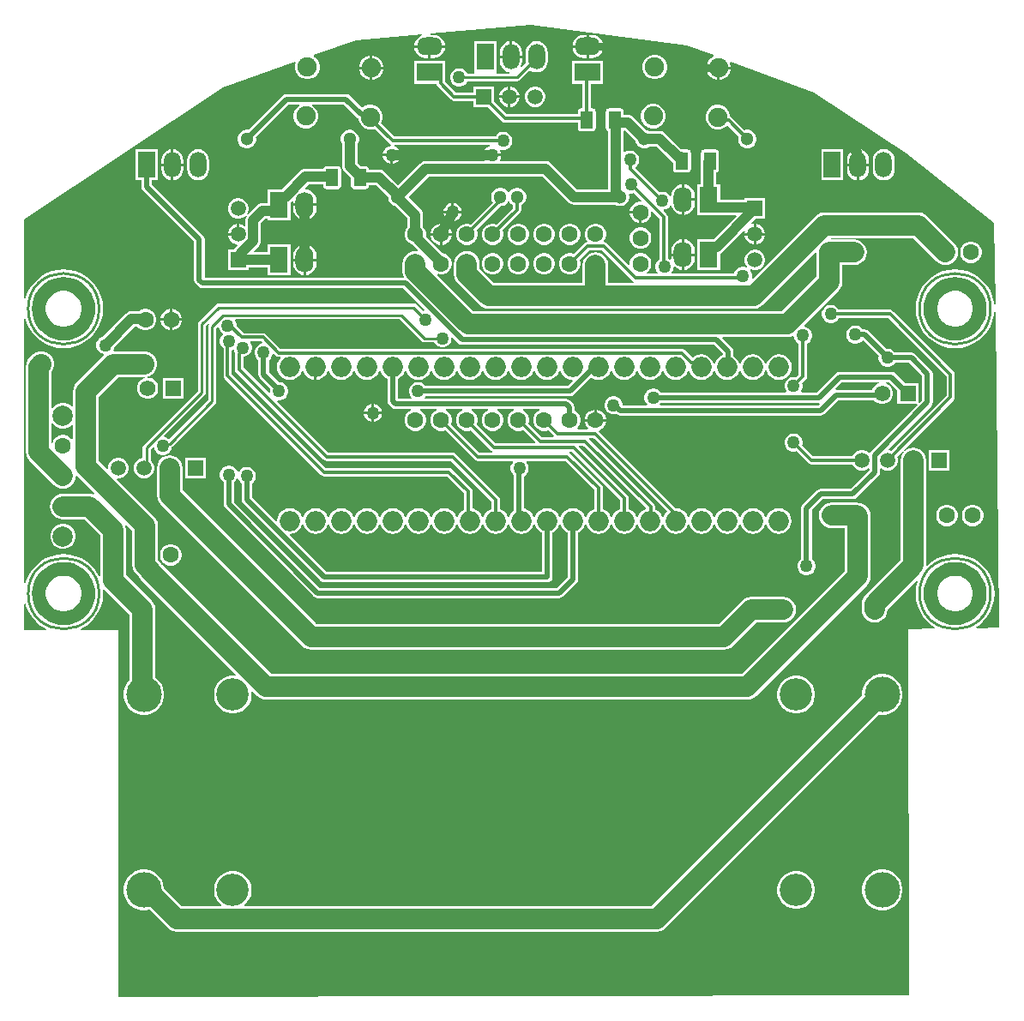
<source format=gbl>
G04*
G04 #@! TF.GenerationSoftware,Altium Limited,Altium Designer,23.6.0 (18)*
G04*
G04 Layer_Physical_Order=2*
G04 Layer_Color=255*
%FSLAX25Y25*%
%MOIN*%
G70*
G04*
G04 #@! TF.SameCoordinates,D5263B71-C0EA-4B60-9871-AA0EAEE7EF9D*
G04*
G04*
G04 #@! TF.FilePolarity,Positive*
G04*
G01*
G75*
%ADD10C,0.01181*%
%ADD13C,0.01968*%
%ADD14C,0.01000*%
%ADD15C,0.00787*%
%ADD39C,0.03937*%
%ADD40C,0.07874*%
%ADD41C,0.06299*%
%ADD42C,0.06201*%
%ADD43R,0.06201X0.06201*%
%ADD44C,0.08000*%
%ADD45C,0.05937*%
%ADD46R,0.05937X0.05937*%
%ADD47R,0.05937X0.05937*%
%ADD48C,0.13780*%
%ADD49C,0.12598*%
%ADD50C,0.07874*%
%ADD51R,0.07000X0.10000*%
%ADD52O,0.07000X0.10000*%
%ADD53C,0.07500*%
%ADD54O,0.10000X0.07000*%
%ADD55R,0.10000X0.07000*%
%ADD56O,0.06500X0.10000*%
%ADD57R,0.06500X0.10000*%
%ADD58C,0.05118*%
%ADD59O,0.07874X0.07874*%
%ADD60C,0.05000*%
G04:AMPARAMS|DCode=61|XSize=49.21mil|YSize=68.9mil|CornerRadius=2.46mil|HoleSize=0mil|Usage=FLASHONLY|Rotation=0.000|XOffset=0mil|YOffset=0mil|HoleType=Round|Shape=RoundedRectangle|*
%AMROUNDEDRECTD61*
21,1,0.04921,0.06398,0,0,0.0*
21,1,0.04429,0.06890,0,0,0.0*
1,1,0.00492,0.02215,-0.03199*
1,1,0.00492,-0.02215,-0.03199*
1,1,0.00492,-0.02215,0.03199*
1,1,0.00492,0.02215,0.03199*
%
%ADD61ROUNDEDRECTD61*%
%ADD62C,0.03150*%
G36*
X353000Y469500D02*
X363459Y465591D01*
X363391Y465083D01*
X362383Y464501D01*
X361499Y463617D01*
X360874Y462533D01*
X360550Y461325D01*
Y461200D01*
X370050D01*
Y461325D01*
X369726Y462533D01*
X369569Y462805D01*
X369893Y463187D01*
X402500Y451000D01*
X438500Y427500D01*
X472500Y400500D01*
X472905Y368612D01*
X472405Y368589D01*
X472343Y369382D01*
X471781Y371721D01*
X470861Y373942D01*
X469604Y375993D01*
X468042Y377822D01*
X466214Y379384D01*
X464163Y380641D01*
X461941Y381561D01*
X459602Y382122D01*
X457205Y382311D01*
X454807Y382122D01*
X452468Y381561D01*
X450246Y380641D01*
X448196Y379384D01*
X446367Y377822D01*
X444805Y375993D01*
X443548Y373942D01*
X442628Y371721D01*
X442067Y369382D01*
X441878Y366984D01*
X442067Y364587D01*
X442628Y362248D01*
X443548Y360026D01*
X444805Y357975D01*
X446367Y356147D01*
X448196Y354585D01*
X450246Y353328D01*
X452468Y352408D01*
X454807Y351846D01*
X457205Y351658D01*
X459602Y351846D01*
X461941Y352408D01*
X464163Y353328D01*
X466214Y354585D01*
X468042Y356147D01*
X469604Y357975D01*
X470861Y360026D01*
X471781Y362248D01*
X472343Y364587D01*
X472440Y365825D01*
X472940Y365809D01*
X474500Y243000D01*
X465546Y242874D01*
X465407Y243354D01*
X466214Y243848D01*
X468042Y245410D01*
X469604Y247239D01*
X470861Y249290D01*
X471781Y251512D01*
X472343Y253850D01*
X472532Y256248D01*
X472343Y258646D01*
X471781Y260984D01*
X470861Y263206D01*
X469604Y265257D01*
X468042Y267086D01*
X466214Y268648D01*
X464163Y269904D01*
X461941Y270825D01*
X459602Y271386D01*
X457205Y271575D01*
X454807Y271386D01*
X452468Y270825D01*
X450246Y269904D01*
X448196Y268648D01*
X446470Y267174D01*
X446407Y267180D01*
X446116Y267291D01*
X445980Y267402D01*
Y308067D01*
X445810Y309356D01*
X445312Y310557D01*
X444521Y311588D01*
X443490Y312379D01*
X442289Y312877D01*
X441000Y313047D01*
X439711Y312877D01*
X438510Y312379D01*
X437684Y311746D01*
X437663Y311729D01*
X437332Y312106D01*
X456647Y331420D01*
X456998Y331946D01*
X457122Y332567D01*
Y341500D01*
X456998Y342121D01*
X456647Y342647D01*
X433147Y366147D01*
X432621Y366498D01*
X432000Y366622D01*
X412105D01*
X411801Y367149D01*
X411149Y367801D01*
X410351Y368262D01*
X409461Y368500D01*
X408539D01*
X407649Y368262D01*
X406851Y367801D01*
X406199Y367149D01*
X405738Y366351D01*
X405500Y365461D01*
Y364539D01*
X405738Y363649D01*
X406199Y362851D01*
X406851Y362199D01*
X407649Y361738D01*
X408539Y361500D01*
X409461D01*
X410351Y361738D01*
X411149Y362199D01*
X411801Y362851D01*
X412105Y363378D01*
X431328D01*
X453878Y340828D01*
Y333239D01*
X432432Y311792D01*
X431523Y312035D01*
X431479D01*
X431287Y312497D01*
X447931Y329141D01*
X448369Y329797D01*
X448523Y330571D01*
Y341775D01*
X448369Y342549D01*
X447931Y343205D01*
X441706Y349430D01*
X441706Y349431D01*
X441049Y349869D01*
X440275Y350023D01*
X433873D01*
X433801Y350149D01*
X433149Y350801D01*
X432351Y351261D01*
X431461Y351500D01*
X430539D01*
X430399Y351462D01*
X423523Y358339D01*
X422866Y358777D01*
X422092Y358931D01*
X421336D01*
X421210Y359149D01*
X420559Y359801D01*
X419760Y360262D01*
X418870Y360500D01*
X417949D01*
X417059Y360262D01*
X416260Y359801D01*
X415609Y359149D01*
X415148Y358351D01*
X414910Y357461D01*
Y356539D01*
X415148Y355649D01*
X415609Y354851D01*
X416260Y354199D01*
X417059Y353738D01*
X417949Y353500D01*
X418870D01*
X419760Y353738D01*
X420559Y354199D01*
X421210Y354851D01*
X421584Y354555D01*
X427538Y348601D01*
X427500Y348461D01*
Y347539D01*
X427739Y346649D01*
X428199Y345851D01*
X428851Y345199D01*
X429649Y344739D01*
X430539Y344500D01*
X431461D01*
X432351Y344739D01*
X433149Y345199D01*
X433801Y345851D01*
X433873Y345977D01*
X439437D01*
X444477Y340937D01*
Y331409D01*
X443522Y330454D01*
X443022Y330661D01*
Y338167D01*
X437694D01*
X433931Y341931D01*
X433274Y342369D01*
X432500Y342523D01*
X412381D01*
X411607Y342369D01*
X410950Y341931D01*
X403543Y334523D01*
X397632D01*
X397400Y335023D01*
X397762Y335649D01*
X398000Y336539D01*
Y337461D01*
X397842Y338049D01*
X399255Y339461D01*
X399606Y339987D01*
X399730Y340608D01*
Y353485D01*
X400257Y353790D01*
X400909Y354441D01*
X401369Y355240D01*
X401608Y356130D01*
Y357051D01*
X401369Y357942D01*
X400909Y358740D01*
X400257Y359391D01*
X399459Y359852D01*
X398783Y360033D01*
X398603Y360561D01*
X412021Y373979D01*
X412021Y373979D01*
X412813Y375010D01*
X413310Y376211D01*
X413480Y377500D01*
Y384020D01*
X418000D01*
X419289Y384190D01*
X420490Y384687D01*
X421521Y385479D01*
X422312Y386510D01*
X422810Y387711D01*
X422980Y389000D01*
X422810Y390289D01*
X422312Y391490D01*
X421521Y392521D01*
X420490Y393313D01*
X419289Y393810D01*
X418000Y393980D01*
X409226D01*
X408951Y394480D01*
X408977Y394520D01*
X440937D01*
X449979Y385479D01*
X451010Y384687D01*
X452211Y384190D01*
X453500Y384020D01*
X454789Y384190D01*
X455990Y384687D01*
X457021Y385479D01*
X457812Y386510D01*
X458310Y387711D01*
X458480Y389000D01*
X458310Y390289D01*
X457812Y391490D01*
X457021Y392521D01*
X446521Y403021D01*
X445490Y403813D01*
X444289Y404310D01*
X443000Y404480D01*
X443000Y404480D01*
X406450D01*
X405161Y404310D01*
X403960Y403813D01*
X402929Y403021D01*
X402929Y403021D01*
X378595Y378687D01*
X378147Y378946D01*
X378241Y379298D01*
Y380220D01*
X378003Y381110D01*
X377542Y381908D01*
X377484Y381965D01*
X377792Y382365D01*
X377901Y382302D01*
X378911Y382031D01*
X379956D01*
X380965Y382302D01*
X381870Y382824D01*
X382609Y383563D01*
X383131Y384468D01*
X383402Y385477D01*
Y386523D01*
X383131Y387532D01*
X382609Y388437D01*
X381870Y389176D01*
X380965Y389698D01*
X379956Y389968D01*
X378911D01*
X377901Y389698D01*
X376996Y389176D01*
X376257Y388437D01*
X375735Y387532D01*
X375465Y386523D01*
Y385477D01*
X375735Y384468D01*
X376257Y383563D01*
X376402Y383419D01*
X376095Y383019D01*
X376092Y383020D01*
X375202Y383259D01*
X374281D01*
X373390Y383020D01*
X372592Y382559D01*
X371940Y381908D01*
X371480Y381110D01*
X371349Y380622D01*
X347179D01*
X346988Y381084D01*
X347078Y381174D01*
X347539Y381972D01*
X347777Y382862D01*
Y383138D01*
X348277Y383308D01*
X348291Y383291D01*
X349231Y382569D01*
X350325Y382116D01*
X351000Y382027D01*
Y387500D01*
X346961D01*
Y386500D01*
X346992Y386264D01*
X346519Y386031D01*
X346426Y386123D01*
X345628Y386584D01*
X345622Y386586D01*
Y402715D01*
X345498Y403336D01*
X345147Y403862D01*
X343976Y405032D01*
X344162Y405554D01*
X344851Y405738D01*
X345649Y406199D01*
X346301Y406851D01*
X346551Y407285D01*
X347069Y407182D01*
X347116Y406825D01*
X347569Y405731D01*
X348291Y404791D01*
X349231Y404069D01*
X350325Y403616D01*
X351000Y403527D01*
Y409500D01*
Y415473D01*
X350325Y415384D01*
X349231Y414931D01*
X348291Y414209D01*
X347569Y413269D01*
X347116Y412175D01*
X346961Y411000D01*
X346461Y410871D01*
X346301Y411149D01*
X345649Y411801D01*
X344851Y412261D01*
X343961Y412500D01*
X343039D01*
X342451Y412342D01*
X333057Y421737D01*
X333118Y422199D01*
X333769Y422851D01*
X334230Y423649D01*
X334469Y424539D01*
Y425461D01*
X334230Y426351D01*
X333769Y427149D01*
X333118Y427801D01*
X332319Y428262D01*
X331429Y428500D01*
X330508D01*
X329618Y428262D01*
X328994Y427902D01*
X328494Y428135D01*
Y436064D01*
X328994Y436272D01*
X333017Y432249D01*
X333184Y431626D01*
X333652Y430815D01*
X334315Y430152D01*
X335126Y429683D01*
X336031Y429441D01*
X336969D01*
X337874Y429683D01*
X338432Y430006D01*
X341260D01*
X347407Y423859D01*
X347602Y423710D01*
Y421301D01*
X347698Y420815D01*
X347974Y420403D01*
X348386Y420127D01*
X348872Y420031D01*
X353301D01*
X353787Y420127D01*
X354199Y420403D01*
X354475Y420815D01*
X354572Y421301D01*
Y427699D01*
X354475Y428185D01*
X354199Y428597D01*
X353787Y428872D01*
X353301Y428969D01*
X350765D01*
X344617Y435117D01*
X343997Y435593D01*
X343275Y435892D01*
X342500Y435994D01*
X338432D01*
X337874Y436316D01*
X337251Y436483D01*
X332193Y441541D01*
X331573Y442017D01*
X330851Y442316D01*
X330076Y442418D01*
X328398D01*
Y443699D01*
X328302Y444185D01*
X328026Y444597D01*
X327614Y444873D01*
X327128Y444969D01*
X322699D01*
X322213Y444873D01*
X321801Y444597D01*
X321525Y444185D01*
X321428Y443699D01*
Y437301D01*
X321525Y436815D01*
X321801Y436403D01*
X322213Y436128D01*
X322506Y436069D01*
Y413494D01*
X310240D01*
X300248Y423486D01*
X299628Y423962D01*
X298906Y424261D01*
X298131Y424363D01*
X280429D01*
X280195Y424863D01*
X280555Y425487D01*
X280783Y426338D01*
X273804D01*
X274032Y425487D01*
X274392Y424863D01*
X274158Y424363D01*
X251369D01*
X250594Y424261D01*
X249872Y423962D01*
X249252Y423486D01*
X240750Y414984D01*
X235617Y420117D01*
X234997Y420593D01*
X234275Y420892D01*
X233500Y420994D01*
X229398D01*
Y421199D01*
X229302Y421685D01*
X229026Y422097D01*
X228614Y422373D01*
X228128Y422469D01*
X226265D01*
X224994Y423740D01*
Y431068D01*
X225317Y431626D01*
X225559Y432531D01*
Y433469D01*
X225317Y434374D01*
X224848Y435185D01*
X224185Y435848D01*
X223374Y436316D01*
X222469Y436559D01*
X221531D01*
X220626Y436316D01*
X219815Y435848D01*
X219152Y435185D01*
X218684Y434374D01*
X218441Y433469D01*
Y432531D01*
X218684Y431626D01*
X219006Y431068D01*
Y422500D01*
X219108Y421725D01*
X219407Y421003D01*
X219883Y420383D01*
X222428Y417837D01*
Y414801D01*
X222525Y414315D01*
X222801Y413903D01*
X223213Y413628D01*
X223699Y413531D01*
X228128D01*
X228614Y413628D01*
X229026Y413903D01*
X229302Y414315D01*
X229398Y414801D01*
Y415006D01*
X232260D01*
X236941Y410325D01*
Y410031D01*
X237183Y409126D01*
X237652Y408315D01*
X238315Y407652D01*
X239126Y407184D01*
X239749Y407017D01*
X244506Y402260D01*
Y398874D01*
X244180Y398548D01*
X243633Y397602D01*
X243350Y396546D01*
Y395454D01*
X243633Y394398D01*
X244180Y393452D01*
X244952Y392680D01*
X245898Y392133D01*
X246320Y392020D01*
X246564Y391702D01*
X248400Y389865D01*
X248167Y389392D01*
X247500Y389480D01*
X246211Y389310D01*
X245010Y388812D01*
X243979Y388021D01*
X243187Y386990D01*
X242690Y385789D01*
X242520Y384500D01*
Y381500D01*
X242520Y381500D01*
X242690Y380211D01*
X243010Y379439D01*
X242732Y379023D01*
X165523D01*
Y394000D01*
X165369Y394774D01*
X164931Y395431D01*
X145023Y415338D01*
Y417000D01*
X147250D01*
Y429000D01*
X138750D01*
Y417000D01*
X140977D01*
Y414500D01*
X141131Y413726D01*
X141569Y413069D01*
X161477Y393162D01*
Y378153D01*
X161631Y377379D01*
X162069Y376723D01*
X163223Y375569D01*
X163879Y375131D01*
X164653Y374977D01*
X242788D01*
X251011Y366754D01*
X250830Y366228D01*
X250348Y366099D01*
X247866Y368581D01*
X247370Y368913D01*
X246784Y369029D01*
X171000D01*
X170415Y368913D01*
X169919Y368581D01*
X163419Y362081D01*
X163087Y361585D01*
X162971Y361000D01*
Y335134D01*
X141919Y314081D01*
X141587Y313585D01*
X141471Y313000D01*
Y309034D01*
X140468Y308765D01*
X139563Y308243D01*
X138824Y307504D01*
X138302Y306599D01*
X138031Y305589D01*
Y304544D01*
X138302Y303535D01*
X138824Y302630D01*
X139563Y301891D01*
X140468Y301369D01*
X141478Y301098D01*
X142523D01*
X143532Y301369D01*
X144437Y301891D01*
X145176Y302630D01*
X145698Y303535D01*
X145968Y304544D01*
Y305589D01*
X145698Y306599D01*
X145176Y307504D01*
X144529Y308150D01*
Y312367D01*
X145361Y313198D01*
X145882Y313012D01*
X146067Y312321D01*
X146528Y311523D01*
X147179Y310871D01*
X147977Y310410D01*
X148868Y310172D01*
X149789D01*
X150679Y310410D01*
X151478Y310871D01*
X152129Y311523D01*
X152590Y312321D01*
X152828Y313211D01*
Y313229D01*
X153018Y313355D01*
X169581Y329919D01*
X169913Y330415D01*
X170029Y331000D01*
Y359366D01*
X170529Y359866D01*
X171087Y359717D01*
X171239Y359149D01*
X171699Y358351D01*
X172351Y357699D01*
X172472Y357629D01*
X172555Y357004D01*
X172199Y356649D01*
X171739Y355851D01*
X171500Y354961D01*
Y354039D01*
X171739Y353149D01*
X172199Y352351D01*
X172851Y351699D01*
X172878Y351683D01*
Y341000D01*
X173002Y340379D01*
X173353Y339853D01*
X210853Y302353D01*
X211379Y302002D01*
X212000Y301878D01*
X259828D01*
X266441Y295265D01*
Y288831D01*
X266203Y288733D01*
X265172Y287941D01*
X264380Y286910D01*
X263963Y285903D01*
X263422D01*
X263005Y286910D01*
X262214Y287941D01*
X261182Y288733D01*
X259981Y289230D01*
X258693Y289400D01*
X257404Y289230D01*
X256203Y288733D01*
X255172Y287941D01*
X254380Y286910D01*
X253963Y285903D01*
X253422D01*
X253005Y286910D01*
X252214Y287941D01*
X251183Y288733D01*
X249981Y289230D01*
X248693Y289400D01*
X247404Y289230D01*
X246203Y288733D01*
X245172Y287941D01*
X244380Y286910D01*
X243963Y285903D01*
X243422D01*
X243005Y286910D01*
X242214Y287941D01*
X241182Y288733D01*
X239982Y289230D01*
X238693Y289400D01*
X237404Y289230D01*
X236203Y288733D01*
X235172Y287941D01*
X234380Y286910D01*
X233963Y285903D01*
X233422D01*
X233005Y286910D01*
X232214Y287941D01*
X231183Y288733D01*
X229981Y289230D01*
X228693Y289400D01*
X227404Y289230D01*
X226203Y288733D01*
X225172Y287941D01*
X224380Y286910D01*
X223963Y285903D01*
X223422D01*
X223005Y286910D01*
X222214Y287941D01*
X221182Y288733D01*
X219982Y289230D01*
X218693Y289400D01*
X217404Y289230D01*
X216203Y288733D01*
X215172Y287941D01*
X214380Y286910D01*
X213963Y285903D01*
X213422D01*
X213005Y286910D01*
X212214Y287941D01*
X211182Y288733D01*
X209981Y289230D01*
X208693Y289400D01*
X207404Y289230D01*
X206203Y288733D01*
X205172Y287941D01*
X204380Y286910D01*
X203963Y285903D01*
X203422D01*
X203005Y286910D01*
X202214Y287941D01*
X201183Y288733D01*
X199981Y289230D01*
X198693Y289400D01*
X197404Y289230D01*
X196203Y288733D01*
X195172Y287941D01*
X194380Y286910D01*
X193883Y285709D01*
X193733Y284574D01*
X193312Y284372D01*
X193237Y284363D01*
X184023Y293577D01*
Y299127D01*
X184149Y299199D01*
X184801Y299851D01*
X185261Y300649D01*
X185500Y301539D01*
Y302461D01*
X185261Y303351D01*
X184801Y304149D01*
X184149Y304801D01*
X183351Y305261D01*
X182461Y305500D01*
X181539D01*
X180649Y305261D01*
X179851Y304801D01*
X179199Y304149D01*
X178858Y303557D01*
X178321Y303628D01*
X178261Y303851D01*
X177801Y304649D01*
X177149Y305301D01*
X176351Y305762D01*
X175461Y306000D01*
X174539D01*
X173649Y305762D01*
X172851Y305301D01*
X172199Y304649D01*
X171739Y303851D01*
X171500Y302961D01*
Y302039D01*
X171739Y301149D01*
X172199Y300351D01*
X172851Y299699D01*
X172977Y299627D01*
Y291000D01*
X173131Y290226D01*
X173569Y289569D01*
X208069Y255069D01*
X208726Y254631D01*
X209500Y254477D01*
X303413D01*
X304187Y254631D01*
X304844Y255069D01*
X309862Y260087D01*
X310123Y260262D01*
X310562Y260918D01*
X310716Y261693D01*
Y279914D01*
X311182Y280107D01*
X312214Y280899D01*
X313005Y281930D01*
X313422Y282937D01*
X313963D01*
X314380Y281930D01*
X315172Y280899D01*
X316203Y280107D01*
X317404Y279610D01*
X318693Y279440D01*
X319982Y279610D01*
X321182Y280107D01*
X322214Y280899D01*
X323005Y281930D01*
X323422Y282937D01*
X323963D01*
X324380Y281930D01*
X325172Y280899D01*
X326203Y280107D01*
X327404Y279610D01*
X328693Y279440D01*
X329981Y279610D01*
X331183Y280107D01*
X332214Y280899D01*
X333005Y281930D01*
X333422Y282937D01*
X333963D01*
X334380Y281930D01*
X335172Y280899D01*
X336203Y280107D01*
X337404Y279610D01*
X338693Y279440D01*
X339982Y279610D01*
X341182Y280107D01*
X342214Y280899D01*
X343005Y281930D01*
X343422Y282937D01*
X343963D01*
X344380Y281930D01*
X345172Y280899D01*
X346203Y280107D01*
X347404Y279610D01*
X348693Y279440D01*
X349981Y279610D01*
X351183Y280107D01*
X352214Y280899D01*
X353005Y281930D01*
X353422Y282937D01*
X353963D01*
X354380Y281930D01*
X355172Y280899D01*
X356203Y280107D01*
X357404Y279610D01*
X358693Y279440D01*
X359981Y279610D01*
X361182Y280107D01*
X362214Y280899D01*
X363005Y281930D01*
X363422Y282937D01*
X363963D01*
X364380Y281930D01*
X365172Y280899D01*
X366203Y280107D01*
X367404Y279610D01*
X368693Y279440D01*
X369982Y279610D01*
X371182Y280107D01*
X372214Y280899D01*
X373005Y281930D01*
X373422Y282937D01*
X373963D01*
X374380Y281930D01*
X375172Y280899D01*
X376203Y280107D01*
X377404Y279610D01*
X378693Y279440D01*
X379981Y279610D01*
X381183Y280107D01*
X382214Y280899D01*
X383005Y281930D01*
X383422Y282937D01*
X383963D01*
X384380Y281930D01*
X385172Y280899D01*
X386203Y280107D01*
X387404Y279610D01*
X388693Y279440D01*
X389982Y279610D01*
X391182Y280107D01*
X392214Y280899D01*
X393005Y281930D01*
X393503Y283131D01*
X393672Y284420D01*
X393503Y285709D01*
X393005Y286910D01*
X392214Y287941D01*
X391182Y288733D01*
X389982Y289230D01*
X388693Y289400D01*
X387404Y289230D01*
X386203Y288733D01*
X385172Y287941D01*
X384380Y286910D01*
X383963Y285903D01*
X383422D01*
X383005Y286910D01*
X382214Y287941D01*
X381183Y288733D01*
X379981Y289230D01*
X378693Y289400D01*
X377404Y289230D01*
X376203Y288733D01*
X375172Y287941D01*
X374380Y286910D01*
X373963Y285903D01*
X373422D01*
X373005Y286910D01*
X372214Y287941D01*
X371182Y288733D01*
X369982Y289230D01*
X368693Y289400D01*
X367404Y289230D01*
X366203Y288733D01*
X365172Y287941D01*
X364380Y286910D01*
X363963Y285903D01*
X363422D01*
X363005Y286910D01*
X362214Y287941D01*
X361182Y288733D01*
X359981Y289230D01*
X358693Y289400D01*
X357404Y289230D01*
X356203Y288733D01*
X355172Y287941D01*
X354380Y286910D01*
X353963Y285903D01*
X353422D01*
X353005Y286910D01*
X352214Y287941D01*
X351183Y288733D01*
X349981Y289230D01*
X348693Y289400D01*
X348594Y289387D01*
X348559Y289439D01*
X318738Y319260D01*
X318867Y319743D01*
X319103Y319806D01*
X320049Y320352D01*
X320821Y321125D01*
X321368Y322071D01*
X321651Y323126D01*
Y323173D01*
X317501D01*
X313351D01*
Y323126D01*
X313634Y322071D01*
X314180Y321125D01*
X314684Y320622D01*
X314476Y320122D01*
X310525D01*
X310318Y320622D01*
X310822Y321125D01*
X311368Y322071D01*
X311651Y323126D01*
Y324219D01*
X311368Y325274D01*
X310822Y326221D01*
X310049Y326993D01*
X309230Y327466D01*
Y328847D01*
X309076Y329621D01*
X308638Y330277D01*
X307485Y331431D01*
X306828Y331869D01*
X306054Y332023D01*
X251180D01*
X250973Y332523D01*
X251301Y332851D01*
X251373Y332977D01*
X307704D01*
X308478Y333131D01*
X309135Y333569D01*
X315828Y340263D01*
X316160Y340007D01*
X317361Y339510D01*
X318650Y339340D01*
X319939Y339510D01*
X321140Y340007D01*
X322171Y340799D01*
X322962Y341830D01*
X323379Y342837D01*
X323921D01*
X324338Y341830D01*
X325129Y340799D01*
X326160Y340007D01*
X327361Y339510D01*
X328650Y339340D01*
X329939Y339510D01*
X331140Y340007D01*
X332171Y340799D01*
X332962Y341830D01*
X333379Y342837D01*
X333921D01*
X334337Y341830D01*
X335129Y340799D01*
X336160Y340007D01*
X337361Y339510D01*
X338650Y339340D01*
X339939Y339510D01*
X341140Y340007D01*
X342171Y340799D01*
X342963Y341830D01*
X343379Y342837D01*
X343921D01*
X344338Y341830D01*
X345129Y340799D01*
X346160Y340007D01*
X347361Y339510D01*
X348650Y339340D01*
X349939Y339510D01*
X351140Y340007D01*
X352171Y340799D01*
X352962Y341830D01*
X353379Y342837D01*
X353921D01*
X354338Y341830D01*
X355129Y340799D01*
X356160Y340007D01*
X357361Y339510D01*
X358650Y339340D01*
X359939Y339510D01*
X361140Y340007D01*
X362171Y340799D01*
X362963Y341830D01*
X363379Y342837D01*
X363921D01*
X364337Y341830D01*
X365129Y340799D01*
X366160Y340007D01*
X367361Y339510D01*
X368650Y339340D01*
X369939Y339510D01*
X371140Y340007D01*
X372171Y340799D01*
X372962Y341830D01*
X373379Y342837D01*
X373921D01*
X374338Y341830D01*
X375129Y340799D01*
X376160Y340007D01*
X377361Y339510D01*
X378650Y339340D01*
X379939Y339510D01*
X381140Y340007D01*
X382171Y340799D01*
X382962Y341830D01*
X383442Y342987D01*
X383558Y343031D01*
X383842D01*
X383958Y342987D01*
X384437Y341830D01*
X385229Y340799D01*
X386260Y340007D01*
X387461Y339510D01*
X388750Y339340D01*
X390039Y339510D01*
X391240Y340007D01*
X392271Y340799D01*
X393062Y341830D01*
X393560Y343031D01*
X393730Y344320D01*
X393560Y345609D01*
X393062Y346810D01*
X392271Y347841D01*
X391240Y348633D01*
X390039Y349130D01*
X388750Y349300D01*
X387461Y349130D01*
X386260Y348633D01*
X385229Y347841D01*
X384437Y346810D01*
X383958Y345653D01*
X383842Y345609D01*
X383558D01*
X383442Y345653D01*
X382962Y346810D01*
X382171Y347841D01*
X381140Y348633D01*
X379939Y349130D01*
X378650Y349300D01*
X377361Y349130D01*
X376160Y348633D01*
X375129Y347841D01*
X374338Y346810D01*
X373921Y345803D01*
X373379D01*
X372962Y346810D01*
X372171Y347841D01*
X371140Y348633D01*
X371023Y348681D01*
Y350500D01*
X370869Y351274D01*
X370431Y351931D01*
X366803Y355558D01*
X366994Y356020D01*
X392000D01*
X392000Y356020D01*
X393289Y356190D01*
X394108Y356529D01*
X394608Y356195D01*
Y356130D01*
X394847Y355240D01*
X395307Y354441D01*
X395959Y353790D01*
X396486Y353485D01*
Y341280D01*
X395549Y340342D01*
X394961Y340500D01*
X394039D01*
X393149Y340262D01*
X392351Y339801D01*
X391699Y339149D01*
X391238Y338351D01*
X391000Y337461D01*
Y336539D01*
X391238Y335649D01*
X391600Y335023D01*
X391368Y334523D01*
X342873D01*
X342801Y334649D01*
X342149Y335301D01*
X341351Y335761D01*
X340461Y336000D01*
X339539D01*
X338649Y335761D01*
X337851Y335301D01*
X337199Y334649D01*
X336738Y333851D01*
X336500Y332961D01*
Y332039D01*
X336738Y331149D01*
X337199Y330351D01*
X337527Y330023D01*
X337320Y329523D01*
X328007D01*
X328000Y329530D01*
Y329961D01*
X327762Y330851D01*
X327301Y331649D01*
X326649Y332301D01*
X325851Y332762D01*
X324961Y333000D01*
X324039D01*
X323149Y332762D01*
X322351Y332301D01*
X321699Y331649D01*
X321238Y330851D01*
X321000Y329961D01*
Y329039D01*
X321238Y328149D01*
X321699Y327351D01*
X322351Y326699D01*
X323149Y326238D01*
X324039Y326000D01*
X324961D01*
X325629Y326179D01*
X325738Y326069D01*
X326395Y325631D01*
X327169Y325477D01*
X405000D01*
X405774Y325631D01*
X406431Y326069D01*
X411838Y331477D01*
X425712D01*
X426404Y330786D01*
X427339Y330246D01*
X428381Y329966D01*
X429461D01*
X430504Y330246D01*
X431439Y330786D01*
X432202Y331549D01*
X432742Y332484D01*
X433022Y333527D01*
Y334607D01*
X432742Y335650D01*
X432202Y336585D01*
X431439Y337348D01*
X430504Y337888D01*
X430172Y337977D01*
X430238Y338477D01*
X431662D01*
X434821Y335318D01*
Y329966D01*
X442327D01*
X442534Y329467D01*
X424617Y311549D01*
X424304Y311082D01*
X423720Y310959D01*
X423437Y311243D01*
X422532Y311765D01*
X421523Y312035D01*
X420477D01*
X419468Y311765D01*
X418563Y311243D01*
X417824Y310504D01*
X417354Y309689D01*
X402105D01*
X397842Y313951D01*
X398000Y314539D01*
Y315461D01*
X397762Y316351D01*
X397301Y317149D01*
X396649Y317801D01*
X395851Y318262D01*
X394961Y318500D01*
X394039D01*
X393149Y318262D01*
X392351Y317801D01*
X391699Y317149D01*
X391238Y316351D01*
X391000Y315461D01*
Y314539D01*
X391238Y313649D01*
X391699Y312851D01*
X392351Y312199D01*
X393149Y311738D01*
X394039Y311500D01*
X394961D01*
X395549Y311658D01*
X400286Y306920D01*
X400812Y306569D01*
X401433Y306445D01*
X417354D01*
X417824Y305630D01*
X418563Y304891D01*
X419468Y304369D01*
X420477Y304098D01*
X421523D01*
X422532Y304369D01*
X423437Y304891D01*
X423499Y304954D01*
X423961Y304771D01*
X424002Y304363D01*
X416662Y297023D01*
X405000D01*
X404226Y296869D01*
X403569Y296431D01*
X398069Y290931D01*
X397631Y290274D01*
X397477Y289500D01*
Y269873D01*
X397351Y269801D01*
X396699Y269149D01*
X396238Y268351D01*
X396000Y267461D01*
Y266539D01*
X396238Y265649D01*
X396699Y264851D01*
X397351Y264199D01*
X398149Y263738D01*
X399039Y263500D01*
X399961D01*
X400851Y263738D01*
X401649Y264199D01*
X402301Y264851D01*
X402762Y265649D01*
X403000Y266539D01*
Y267461D01*
X402762Y268351D01*
X402301Y269149D01*
X401649Y269801D01*
X401523Y269873D01*
Y288662D01*
X405838Y292977D01*
X417500D01*
X418274Y293131D01*
X418931Y293569D01*
X427478Y302117D01*
X427916Y302773D01*
X428070Y303547D01*
Y304731D01*
X428532Y304922D01*
X428563Y304891D01*
X429468Y304369D01*
X430478Y304098D01*
X431523D01*
X432532Y304369D01*
X433437Y304891D01*
X434176Y305630D01*
X434698Y306535D01*
X434969Y307544D01*
Y308589D01*
X434725Y309498D01*
X436961Y311735D01*
X437338Y311404D01*
X437321Y311383D01*
X436688Y310557D01*
X436190Y309356D01*
X436020Y308067D01*
Y269282D01*
X422454Y255716D01*
X421663Y254684D01*
X421165Y253484D01*
X420996Y252195D01*
X420996Y252195D01*
Y250025D01*
X421165Y248736D01*
X421663Y247535D01*
X422454Y246504D01*
X423485Y245712D01*
X424686Y245215D01*
X425975Y245045D01*
X427264Y245215D01*
X428465Y245712D01*
X429496Y246504D01*
X430288Y247535D01*
X430785Y248736D01*
X430955Y250025D01*
Y250132D01*
X442303Y261480D01*
X442718Y261202D01*
X442628Y260984D01*
X442067Y258646D01*
X441878Y256248D01*
X442067Y253850D01*
X442628Y251512D01*
X443548Y249290D01*
X444805Y247239D01*
X446367Y245410D01*
X448196Y243848D01*
X449374Y243126D01*
X449242Y242644D01*
X439000Y242500D01*
X439499Y100354D01*
X439146Y99999D01*
X132354Y99501D01*
X132000Y99854D01*
Y242000D01*
X117559D01*
X117462Y242490D01*
X117706Y242592D01*
X119757Y243848D01*
X121586Y245410D01*
X123148Y247239D01*
X124404Y249290D01*
X125325Y251512D01*
X125886Y253850D01*
X126075Y256248D01*
X125953Y257797D01*
X126440Y257984D01*
X126444Y257979D01*
X136520Y247902D01*
Y222765D01*
X135777Y222022D01*
X134914Y220729D01*
X134319Y219293D01*
X134016Y217769D01*
Y216215D01*
X134319Y214691D01*
X134914Y213255D01*
X135777Y211963D01*
X136876Y210864D01*
X138168Y210000D01*
X139604Y209406D01*
X141128Y209102D01*
X142683D01*
X144207Y209406D01*
X145643Y210000D01*
X146935Y210864D01*
X148034Y211963D01*
X148897Y213255D01*
X149492Y214691D01*
X149795Y216215D01*
Y217769D01*
X149492Y219293D01*
X148897Y220729D01*
X148034Y222022D01*
X146935Y223120D01*
X146480Y223425D01*
Y249965D01*
X146310Y251253D01*
X145812Y252454D01*
X145021Y253486D01*
X145021Y253486D01*
X134944Y263563D01*
Y280465D01*
X134927Y280598D01*
X134980Y281000D01*
X134810Y282289D01*
X134667Y282633D01*
X135091Y282916D01*
X137402Y280605D01*
Y267453D01*
X137402Y267453D01*
X137572Y266164D01*
X138069Y264963D01*
X138861Y263932D01*
X139916Y262877D01*
X139983Y262715D01*
X140774Y261684D01*
X177790Y224668D01*
X177554Y224227D01*
X177231Y224291D01*
X175793D01*
X174383Y224011D01*
X173054Y223461D01*
X171859Y222662D01*
X170842Y221645D01*
X170043Y220450D01*
X169493Y219121D01*
X169213Y217711D01*
Y216273D01*
X169493Y214863D01*
X170043Y213535D01*
X170842Y212339D01*
X171859Y211322D01*
X173054Y210524D01*
X174383Y209973D01*
X175793Y209693D01*
X177231D01*
X178641Y209973D01*
X179969Y210524D01*
X181165Y211322D01*
X182182Y212339D01*
X182980Y213535D01*
X183530Y214863D01*
X183811Y216273D01*
Y217711D01*
X183747Y218034D01*
X184188Y218270D01*
X185979Y216479D01*
X185979Y216479D01*
X187010Y215687D01*
X188211Y215190D01*
X189500Y215020D01*
X376500D01*
X376500Y215020D01*
X377789Y215190D01*
X378990Y215687D01*
X380021Y216479D01*
X423021Y259479D01*
X423021Y259479D01*
X423812Y260510D01*
X424310Y261711D01*
X424480Y263000D01*
Y286500D01*
X424310Y287789D01*
X423812Y288990D01*
X423021Y290021D01*
X421990Y290812D01*
X420789Y291310D01*
X420341Y291369D01*
X420151Y291448D01*
X418862Y291617D01*
X409287D01*
X407999Y291448D01*
X406798Y290950D01*
X405766Y290159D01*
X404975Y289128D01*
X404478Y287927D01*
X404308Y286638D01*
X404478Y285349D01*
X404975Y284148D01*
X405766Y283117D01*
X406798Y282325D01*
X407999Y281828D01*
X409287Y281658D01*
X414520D01*
Y265063D01*
X374437Y224980D01*
X191563D01*
X148675Y267867D01*
X148608Y268029D01*
X147816Y269060D01*
X147362Y269515D01*
Y282618D01*
X147192Y283907D01*
X146694Y285108D01*
X145903Y286139D01*
X145780Y286234D01*
X145521Y286571D01*
X131493Y300598D01*
X131701Y301098D01*
X132522D01*
X133532Y301369D01*
X134437Y301891D01*
X135176Y302630D01*
X135698Y303535D01*
X135968Y304544D01*
Y305589D01*
X135698Y306599D01*
X135176Y307504D01*
X134437Y308243D01*
X133532Y308765D01*
X132522Y309035D01*
X131477D01*
X130468Y308765D01*
X129563Y308243D01*
X128824Y307504D01*
X128302Y306599D01*
X128032Y305589D01*
Y304767D01*
X127532Y304560D01*
X124354Y307738D01*
Y332811D01*
X132063Y340520D01*
X141266D01*
X141342Y340500D01*
X142191D01*
X142257Y340000D01*
X141839Y339888D01*
X140904Y339348D01*
X140140Y338585D01*
X139600Y337650D01*
X139321Y336607D01*
Y335527D01*
X139600Y334484D01*
X140140Y333549D01*
X140904Y332786D01*
X141839Y332246D01*
X142881Y331966D01*
X143961D01*
X145004Y332246D01*
X145939Y332786D01*
X146702Y333549D01*
X147242Y334484D01*
X147522Y335527D01*
Y336607D01*
X147242Y337650D01*
X146702Y338585D01*
X145939Y339348D01*
X145004Y339888D01*
X143961Y340167D01*
X143349D01*
X143283Y340667D01*
X143930Y340841D01*
X145070Y341499D01*
X146001Y342430D01*
X146659Y343570D01*
X147000Y344842D01*
Y346158D01*
X146659Y347430D01*
X146001Y348570D01*
X145070Y349501D01*
X143930Y350159D01*
X142658Y350500D01*
X141342D01*
X141266Y350480D01*
X130233D01*
X129948Y350918D01*
X129941Y350974D01*
X130262Y351529D01*
X130400Y352045D01*
X138361Y360006D01*
X139488D01*
X140015Y359479D01*
X140961Y358932D01*
X142017Y358650D01*
X143109D01*
X144165Y358932D01*
X145111Y359479D01*
X145884Y360251D01*
X146430Y361197D01*
X146713Y362253D01*
Y363346D01*
X146430Y364401D01*
X145884Y365347D01*
X145111Y366120D01*
X144165Y366666D01*
X143109Y366949D01*
X142017D01*
X140961Y366666D01*
X140015Y366120D01*
X139890Y365994D01*
X137120D01*
X136346Y365892D01*
X135623Y365593D01*
X135003Y365117D01*
X126166Y356279D01*
X125649Y356141D01*
X124851Y355680D01*
X124199Y355029D01*
X123739Y354230D01*
X123500Y353340D01*
Y352419D01*
X123739Y351529D01*
X124199Y350730D01*
X124851Y350079D01*
X125649Y349618D01*
X126232Y349462D01*
X126312Y349320D01*
X126366Y348908D01*
X115853Y338395D01*
X115062Y337364D01*
X114564Y336163D01*
X114394Y334874D01*
X114394Y334874D01*
Y329205D01*
X113933Y329014D01*
X113531Y329415D01*
X112406Y330065D01*
X111150Y330402D01*
X109850D01*
X108594Y330065D01*
X107469Y329415D01*
X106549Y328496D01*
X106463Y328346D01*
X105980Y328475D01*
Y342409D01*
X106001Y342430D01*
X106659Y343570D01*
X107000Y344842D01*
Y346158D01*
X106659Y347430D01*
X106001Y348570D01*
X105070Y349501D01*
X103930Y350159D01*
X102658Y350500D01*
X101342D01*
X100070Y350159D01*
X98930Y349501D01*
X97999Y348570D01*
X97913Y348421D01*
X97479Y347987D01*
X96688Y346956D01*
X96190Y345755D01*
X96020Y344466D01*
X96020Y344466D01*
Y311500D01*
X96020Y311500D01*
X96190Y310211D01*
X96688Y309010D01*
X97479Y307979D01*
X106979Y298479D01*
X108010Y297688D01*
X109211Y297190D01*
X110500Y297020D01*
X111789Y297190D01*
X112990Y297688D01*
X114021Y298479D01*
X114813Y299510D01*
X115310Y300711D01*
X115460Y301848D01*
X115549Y301917D01*
X115838Y302029D01*
X115968Y302039D01*
X122727Y295280D01*
X122444Y294856D01*
X122100Y294999D01*
X120811Y295169D01*
X120811Y295169D01*
X110500D01*
X109211Y294999D01*
X108010Y294501D01*
X106979Y293710D01*
X106187Y292679D01*
X105690Y291478D01*
X105520Y290189D01*
X105690Y288900D01*
X106187Y287699D01*
X106979Y286668D01*
X108010Y285876D01*
X109211Y285379D01*
X110500Y285209D01*
X118748D01*
X124985Y278973D01*
Y263086D01*
X124495Y262988D01*
X124404Y263206D01*
X123148Y265257D01*
X121586Y267086D01*
X119757Y268648D01*
X117706Y269904D01*
X115484Y270825D01*
X113146Y271386D01*
X110748Y271575D01*
X108350Y271386D01*
X106012Y270825D01*
X103790Y269904D01*
X101739Y268648D01*
X99910Y267086D01*
X98348Y265257D01*
X97092Y263206D01*
X96171Y260984D01*
X96000Y260270D01*
X95500Y260330D01*
Y362903D01*
X96000Y362962D01*
X96171Y362248D01*
X97092Y360026D01*
X98348Y357975D01*
X99910Y356147D01*
X101739Y354585D01*
X103790Y353328D01*
X106012Y352408D01*
X108350Y351846D01*
X110748Y351658D01*
X113146Y351846D01*
X115484Y352408D01*
X117706Y353328D01*
X119757Y354585D01*
X121586Y356147D01*
X123148Y357975D01*
X124404Y360026D01*
X125325Y362248D01*
X125886Y364587D01*
X126075Y366984D01*
X125886Y369382D01*
X125325Y371721D01*
X124404Y373942D01*
X123148Y375993D01*
X121586Y377822D01*
X119757Y379384D01*
X117706Y380641D01*
X115484Y381561D01*
X113146Y382122D01*
X110748Y382311D01*
X108350Y382122D01*
X106012Y381561D01*
X103790Y380641D01*
X101739Y379384D01*
X99910Y377822D01*
X98348Y375993D01*
X97092Y373942D01*
X96171Y371721D01*
X96000Y371007D01*
X95500Y371066D01*
Y401667D01*
X172655Y453103D01*
X200647Y463036D01*
X201021Y462638D01*
X200750Y461625D01*
Y460375D01*
X201074Y459167D01*
X201699Y458083D01*
X202583Y457199D01*
X203667Y456574D01*
X204875Y456250D01*
X206125D01*
X207333Y456574D01*
X208417Y457199D01*
X209301Y458083D01*
X209926Y459167D01*
X210250Y460375D01*
Y461625D01*
X209926Y462833D01*
X209301Y463917D01*
X208417Y464801D01*
X207869Y465117D01*
X207915Y465615D01*
X224500Y471500D01*
X249875Y473739D01*
X249996Y473248D01*
X249231Y472931D01*
X248291Y472209D01*
X247569Y471269D01*
X247116Y470175D01*
X247027Y469500D01*
X253000D01*
X258973D01*
X258884Y470175D01*
X258431Y471269D01*
X257709Y472209D01*
X256769Y472931D01*
X255675Y473384D01*
X254500Y473539D01*
X253295D01*
X253273Y474039D01*
X292500Y477500D01*
X353000Y469500D01*
D02*
G37*
G36*
X306883Y408383D02*
X307503Y407907D01*
X308225Y407608D01*
X309000Y407506D01*
X325068D01*
X325626Y407184D01*
X326531Y406941D01*
X327469D01*
X328374Y407184D01*
X329185Y407652D01*
X329848Y408315D01*
X330316Y409126D01*
X330559Y410031D01*
Y410969D01*
X330426Y411466D01*
X330834Y411874D01*
X330897Y411858D01*
X331818D01*
X332406Y412015D01*
X335272Y409150D01*
X335065Y408650D01*
X334454D01*
X333398Y408367D01*
X332452Y407821D01*
X331680Y407048D01*
X331133Y406102D01*
X330850Y405046D01*
Y405000D01*
X335000D01*
Y404500D01*
X335500D01*
Y400350D01*
X335546D01*
X336602Y400633D01*
X337548Y401180D01*
X338320Y401952D01*
X338867Y402898D01*
X339150Y403954D01*
Y404565D01*
X339650Y404772D01*
X342378Y402043D01*
Y386268D01*
X342128Y386123D01*
X341476Y385472D01*
X341016Y384674D01*
X340777Y383783D01*
Y382862D01*
X341016Y381972D01*
X341476Y381174D01*
X341566Y381084D01*
X341375Y380622D01*
X337582D01*
X337448Y381122D01*
X337548Y381179D01*
X338320Y381952D01*
X338867Y382898D01*
X339150Y383954D01*
Y385046D01*
X338867Y386102D01*
X338320Y387048D01*
X337548Y387821D01*
X336602Y388367D01*
X335546Y388650D01*
X334454D01*
X333398Y388367D01*
X332452Y387821D01*
X331680Y387048D01*
X331133Y386102D01*
X330850Y385046D01*
Y384150D01*
X330358Y383935D01*
X321887Y392407D01*
X321361Y392758D01*
X320921Y392846D01*
X320716Y393348D01*
X320820Y393452D01*
X321367Y394398D01*
X321650Y395454D01*
Y396546D01*
X321367Y397602D01*
X320820Y398548D01*
X320048Y399321D01*
X319102Y399867D01*
X318046Y400150D01*
X316954D01*
X315898Y399867D01*
X314952Y399321D01*
X314179Y398548D01*
X313633Y397602D01*
X313350Y396546D01*
Y395454D01*
X313633Y394398D01*
X314179Y393452D01*
X314284Y393348D01*
X314079Y392846D01*
X313639Y392758D01*
X313113Y392407D01*
X309079Y388373D01*
X308046Y388650D01*
X306954D01*
X305898Y388367D01*
X304952Y387821D01*
X304180Y387048D01*
X303633Y386102D01*
X303350Y385046D01*
Y383954D01*
X303633Y382898D01*
X304180Y381952D01*
X304952Y381179D01*
X305898Y380633D01*
X306954Y380350D01*
X308046D01*
X309102Y380633D01*
X310048Y381179D01*
X310821Y381952D01*
X311367Y382898D01*
X311650Y383954D01*
Y385046D01*
X311373Y386079D01*
X314932Y389638D01*
X320068D01*
X331853Y377853D01*
X332379Y377502D01*
X332491Y377480D01*
X332441Y376980D01*
X322480D01*
Y384000D01*
X322310Y385289D01*
X321813Y386490D01*
X321021Y387521D01*
X319990Y388313D01*
X318789Y388810D01*
X317500Y388980D01*
X316211Y388810D01*
X315010Y388313D01*
X313979Y387521D01*
X313188Y386490D01*
X312690Y385289D01*
X312520Y384000D01*
Y376980D01*
X278063D01*
X272480Y382563D01*
Y384500D01*
X272310Y385789D01*
X271813Y386990D01*
X271021Y388021D01*
X269990Y388812D01*
X268789Y389310D01*
X267500Y389480D01*
X266211Y389310D01*
X265010Y388812D01*
X263979Y388021D01*
X263188Y386990D01*
X262690Y385789D01*
X262520Y384500D01*
Y380500D01*
X262520Y380500D01*
X262690Y379211D01*
X263188Y378010D01*
X263979Y376979D01*
X272479Y368479D01*
X272479Y368479D01*
X273510Y367688D01*
X274711Y367190D01*
X276000Y367020D01*
X276000Y367020D01*
X378950D01*
X378950Y367020D01*
X380239Y367190D01*
X381440Y367688D01*
X382471Y368479D01*
X403040Y389048D01*
X403520Y388821D01*
Y379563D01*
X389937Y365980D01*
X270063D01*
X255937Y380105D01*
X256196Y380554D01*
X256954Y380350D01*
X258046D01*
X259102Y380633D01*
X260048Y381179D01*
X260821Y381952D01*
X261367Y382898D01*
X261650Y383954D01*
Y385046D01*
X261367Y386102D01*
X260821Y387048D01*
X260048Y387821D01*
X259102Y388367D01*
X258099Y388635D01*
X251572Y395163D01*
X251650Y395454D01*
Y396546D01*
X251367Y397602D01*
X250820Y398548D01*
X250494Y398874D01*
Y403500D01*
X250392Y404275D01*
X250093Y404997D01*
X249617Y405617D01*
X244734Y410500D01*
X252609Y418375D01*
X296891D01*
X306883Y408383D01*
D02*
G37*
G36*
X459124Y379101D02*
X460995Y378651D01*
X462774Y377915D01*
X464415Y376909D01*
X465879Y375659D01*
X467129Y374195D01*
X468135Y372553D01*
X468872Y370775D01*
X469321Y368903D01*
X469472Y366984D01*
X469321Y365065D01*
X468872Y363193D01*
X468135Y361415D01*
X467129Y359774D01*
X465879Y358310D01*
X464415Y357060D01*
X462774Y356054D01*
X460995Y355317D01*
X459124Y354868D01*
X457205Y354717D01*
X455286Y354868D01*
X453414Y355317D01*
X451636Y356054D01*
X449994Y357060D01*
X448530Y358310D01*
X447280Y359774D01*
X446274Y361415D01*
X445538Y363193D01*
X445088Y365065D01*
X444937Y366984D01*
X445088Y368903D01*
X445538Y370775D01*
X446274Y372553D01*
X447280Y374195D01*
X448530Y375659D01*
X449994Y376909D01*
X451636Y377915D01*
X453414Y378651D01*
X455286Y379101D01*
X457205Y379252D01*
X459124Y379101D01*
D02*
G37*
G36*
X112667D02*
X114539Y378651D01*
X116317Y377915D01*
X117959Y376909D01*
X119422Y375659D01*
X120673Y374195D01*
X121678Y372553D01*
X122415Y370775D01*
X122864Y368903D01*
X123015Y366984D01*
X122864Y365065D01*
X122415Y363193D01*
X121678Y361415D01*
X120673Y359774D01*
X119422Y358310D01*
X117959Y357060D01*
X116317Y356054D01*
X114539Y355317D01*
X112667Y354868D01*
X110748Y354717D01*
X108829Y354868D01*
X106957Y355317D01*
X105179Y356054D01*
X103537Y357060D01*
X102074Y358310D01*
X100823Y359774D01*
X99818Y361415D01*
X99081Y363193D01*
X98632Y365065D01*
X98481Y366984D01*
X98632Y368903D01*
X99081Y370775D01*
X99818Y372553D01*
X100823Y374195D01*
X102074Y375659D01*
X103537Y376909D01*
X105179Y377915D01*
X106957Y378651D01*
X108829Y379101D01*
X110748Y379252D01*
X112667Y379101D01*
D02*
G37*
G36*
X249919Y354419D02*
X250415Y354087D01*
X251000Y353971D01*
X254842D01*
X255199Y353351D01*
X255851Y352699D01*
X256649Y352238D01*
X257539Y352000D01*
X258461D01*
X259351Y352238D01*
X260149Y352699D01*
X260801Y353351D01*
X261262Y354149D01*
X261500Y355039D01*
Y355558D01*
X262000Y355765D01*
X264117Y353648D01*
X264773Y353210D01*
X265547Y353056D01*
X363583D01*
X366977Y349662D01*
Y348971D01*
X366160Y348633D01*
X365129Y347841D01*
X364337Y346810D01*
X363921Y345803D01*
X363379D01*
X362963Y346810D01*
X362171Y347841D01*
X361140Y348633D01*
X359939Y349130D01*
X358650Y349300D01*
X357361Y349130D01*
X356160Y348633D01*
X355191Y347889D01*
X352086Y350994D01*
X351560Y351346D01*
X350940Y351469D01*
X195078D01*
X189493Y357054D01*
X188967Y357405D01*
X188346Y357529D01*
X180764D01*
X178000Y360293D01*
Y360961D01*
X177761Y361851D01*
X177404Y362471D01*
X177640Y362971D01*
X241367D01*
X249919Y354419D01*
D02*
G37*
G36*
X294338Y341830D02*
X295129Y340799D01*
X296160Y340007D01*
X297361Y339510D01*
X298650Y339340D01*
X299939Y339510D01*
X301140Y340007D01*
X302171Y340799D01*
X302962Y341830D01*
X303379Y342837D01*
X303921D01*
X304338Y341830D01*
X305129Y340799D01*
X306160Y340007D01*
X307361Y339510D01*
X308496Y339361D01*
X308725Y338882D01*
X306866Y337023D01*
X251373D01*
X251301Y337149D01*
X250649Y337801D01*
X249851Y338262D01*
X248961Y338500D01*
X248039D01*
X247149Y338262D01*
X246351Y337801D01*
X245699Y337149D01*
X245238Y336351D01*
X245000Y335461D01*
Y334539D01*
X245238Y333649D01*
X245699Y332851D01*
X246027Y332523D01*
X245820Y332023D01*
X240684D01*
X240673Y332034D01*
Y339814D01*
X241140Y340007D01*
X242171Y340799D01*
X242963Y341830D01*
X243379Y342837D01*
X243921D01*
X244338Y341830D01*
X245129Y340799D01*
X246160Y340007D01*
X247361Y339510D01*
X248650Y339340D01*
X249939Y339510D01*
X251140Y340007D01*
X252171Y340799D01*
X252962Y341830D01*
X253379Y342837D01*
X253921D01*
X254338Y341830D01*
X255129Y340799D01*
X256160Y340007D01*
X257361Y339510D01*
X258650Y339340D01*
X259939Y339510D01*
X261140Y340007D01*
X262171Y340799D01*
X262963Y341830D01*
X263379Y342837D01*
X263921D01*
X264337Y341830D01*
X265129Y340799D01*
X266160Y340007D01*
X267361Y339510D01*
X268650Y339340D01*
X269939Y339510D01*
X271140Y340007D01*
X272171Y340799D01*
X272962Y341830D01*
X273379Y342837D01*
X273921D01*
X274338Y341830D01*
X275129Y340799D01*
X276160Y340007D01*
X277361Y339510D01*
X278650Y339340D01*
X279939Y339510D01*
X281140Y340007D01*
X282171Y340799D01*
X282962Y341830D01*
X283379Y342837D01*
X283921D01*
X284337Y341830D01*
X285129Y340799D01*
X286160Y340007D01*
X287361Y339510D01*
X288650Y339340D01*
X289939Y339510D01*
X291140Y340007D01*
X292171Y340799D01*
X292963Y341830D01*
X293379Y342837D01*
X293921D01*
X294338Y341830D01*
D02*
G37*
G36*
X427671Y337977D02*
X427339Y337888D01*
X426404Y337348D01*
X425640Y336585D01*
X425100Y335650D01*
X425066Y335523D01*
X411000D01*
X410965Y335516D01*
X410719Y335977D01*
X413219Y338477D01*
X427605D01*
X427671Y337977D01*
D02*
G37*
G36*
X188023Y353937D02*
X187838Y353415D01*
X187149Y353230D01*
X186351Y352769D01*
X185699Y352118D01*
X185239Y351320D01*
X185000Y350429D01*
Y349508D01*
X185239Y348618D01*
X185699Y347819D01*
X186351Y347168D01*
X186477Y347095D01*
Y341500D01*
X186631Y340726D01*
X187069Y340069D01*
X191143Y335996D01*
X191000Y335461D01*
Y334539D01*
X191014Y334486D01*
X190566Y334228D01*
X180622Y344172D01*
Y348317D01*
X180827D01*
X181718Y348555D01*
X182516Y349016D01*
X183167Y349668D01*
X183628Y350466D01*
X183867Y351356D01*
Y352277D01*
X183628Y353168D01*
X183271Y353785D01*
X183509Y354286D01*
X187674D01*
X188023Y353937D01*
D02*
G37*
G36*
X193259Y348701D02*
X193785Y348349D01*
X194406Y348226D01*
X194871D01*
X195040Y347726D01*
X194337Y346810D01*
X193840Y345609D01*
X193670Y344320D01*
X193840Y343031D01*
X194337Y341830D01*
X195129Y340799D01*
X196160Y340007D01*
X197361Y339510D01*
X198650Y339340D01*
X199939Y339510D01*
X201140Y340007D01*
X202171Y340799D01*
X202962Y341830D01*
X203379Y342837D01*
X203921D01*
X204338Y341830D01*
X205129Y340799D01*
X206160Y340007D01*
X207361Y339510D01*
X208150Y339406D01*
Y344320D01*
X209150D01*
Y339406D01*
X209939Y339510D01*
X211140Y340007D01*
X212171Y340799D01*
X212963Y341830D01*
X213379Y342837D01*
X213921D01*
X214337Y341830D01*
X215129Y340799D01*
X216160Y340007D01*
X217361Y339510D01*
X218650Y339340D01*
X219939Y339510D01*
X221140Y340007D01*
X222171Y340799D01*
X222962Y341830D01*
X223379Y342837D01*
X223921D01*
X224338Y341830D01*
X225129Y340799D01*
X226160Y340007D01*
X227361Y339510D01*
X228650Y339340D01*
X229939Y339510D01*
X231140Y340007D01*
X232171Y340799D01*
X232962Y341830D01*
X233379Y342837D01*
X233921D01*
X234337Y341830D01*
X235129Y340799D01*
X236160Y340007D01*
X236627Y339814D01*
Y331196D01*
X236781Y330421D01*
X237219Y329765D01*
X238415Y328569D01*
X239071Y328131D01*
X239846Y327977D01*
X245682D01*
X245791Y327477D01*
X244953Y326993D01*
X244180Y326221D01*
X243634Y325274D01*
X243351Y324219D01*
Y323126D01*
X243634Y322071D01*
X244180Y321125D01*
X244953Y320352D01*
X245899Y319806D01*
X246955Y319523D01*
X248047D01*
X249103Y319806D01*
X250049Y320352D01*
X250821Y321125D01*
X251368Y322071D01*
X251651Y323126D01*
Y324219D01*
X251368Y325274D01*
X250821Y326221D01*
X250049Y326993D01*
X249211Y327477D01*
X249320Y327977D01*
X255682D01*
X255791Y327477D01*
X254953Y326993D01*
X254181Y326221D01*
X253634Y325274D01*
X253351Y324219D01*
Y323126D01*
X253634Y322071D01*
X254181Y321125D01*
X254953Y320352D01*
X255899Y319806D01*
X256955Y319523D01*
X258047D01*
X259080Y319800D01*
X270527Y308353D01*
X271053Y308002D01*
X271674Y307878D01*
X285221D01*
X285429Y307378D01*
X285199Y307149D01*
X284738Y306351D01*
X284500Y305461D01*
Y304539D01*
X284738Y303649D01*
X285199Y302851D01*
X285548Y302503D01*
Y288230D01*
X285172Y287941D01*
X284380Y286910D01*
X283963Y285903D01*
X283422D01*
X283005Y286910D01*
X282214Y287941D01*
X281183Y288733D01*
X280314Y289092D01*
Y292807D01*
X280191Y293428D01*
X279839Y293954D01*
X263147Y310647D01*
X262621Y310998D01*
X262000Y311122D01*
X213672D01*
X193728Y331066D01*
X193986Y331514D01*
X194039Y331500D01*
X194961D01*
X195851Y331738D01*
X196649Y332199D01*
X197301Y332851D01*
X197761Y333649D01*
X198000Y334539D01*
Y335461D01*
X197761Y336351D01*
X197301Y337149D01*
X196649Y337801D01*
X195851Y338262D01*
X194961Y338500D01*
X194361D01*
X190523Y342338D01*
Y347095D01*
X190649Y347168D01*
X191301Y347819D01*
X191762Y348618D01*
X191946Y349307D01*
X192468Y349492D01*
X193259Y348701D01*
D02*
G37*
G36*
X404662Y330023D02*
X404162Y329523D01*
X342680D01*
X342473Y330023D01*
X342801Y330351D01*
X342873Y330477D01*
X404381D01*
X404416Y330484D01*
X404662Y330023D01*
D02*
G37*
G36*
X285791Y327477D02*
X284953Y326993D01*
X284180Y326221D01*
X283634Y325274D01*
X283351Y324219D01*
Y323126D01*
X283634Y322071D01*
X284180Y321125D01*
X284953Y320352D01*
X285899Y319806D01*
X286955Y319523D01*
X288047D01*
X289103Y319806D01*
X289292Y319915D01*
X294123Y315084D01*
X293932Y314622D01*
X278845D01*
X271374Y322093D01*
X271651Y323126D01*
Y324219D01*
X271368Y325274D01*
X270821Y326221D01*
X270049Y326993D01*
X269211Y327477D01*
X269320Y327977D01*
X275682D01*
X275791Y327477D01*
X274953Y326993D01*
X274181Y326221D01*
X273634Y325274D01*
X273351Y324219D01*
Y323126D01*
X273634Y322071D01*
X274181Y321125D01*
X274953Y320352D01*
X275899Y319806D01*
X276955Y319523D01*
X278047D01*
X279103Y319806D01*
X280049Y320352D01*
X280821Y321125D01*
X281368Y322071D01*
X281651Y323126D01*
Y324219D01*
X281368Y325274D01*
X280821Y326221D01*
X280049Y326993D01*
X279211Y327477D01*
X279320Y327977D01*
X285682D01*
X285791Y327477D01*
D02*
G37*
G36*
X295791D02*
X294953Y326993D01*
X294180Y326221D01*
X293634Y325274D01*
X293351Y324219D01*
Y323126D01*
X293634Y322071D01*
X294180Y321125D01*
X294953Y320352D01*
X295899Y319806D01*
X296955Y319523D01*
X298047D01*
X299080Y319800D01*
X301258Y317622D01*
X301051Y317122D01*
X296672D01*
X291443Y322351D01*
X291651Y323126D01*
Y324219D01*
X291368Y325274D01*
X290822Y326221D01*
X290049Y326993D01*
X289211Y327477D01*
X289320Y327977D01*
X295682D01*
X295791Y327477D01*
D02*
G37*
G36*
X167352Y360982D02*
X167087Y360585D01*
X166971Y360000D01*
Y331633D01*
X151643Y316306D01*
X151478Y316472D01*
X150679Y316933D01*
X149988Y317118D01*
X149802Y317639D01*
X165581Y333419D01*
X165913Y333915D01*
X166029Y334500D01*
Y360367D01*
X166964Y361301D01*
X167352Y360982D01*
D02*
G37*
G36*
X106549Y322433D02*
X107469Y321514D01*
X108594Y320864D01*
X109850Y320528D01*
X111150D01*
X112406Y320864D01*
X113531Y321514D01*
X113933Y321915D01*
X114394Y321724D01*
Y316365D01*
X113894Y316231D01*
X113821Y316359D01*
X113048Y317131D01*
X112102Y317678D01*
X111046Y317961D01*
X109954D01*
X108898Y317678D01*
X107952Y317131D01*
X107179Y316359D01*
X106633Y315413D01*
X106480Y314840D01*
X105980Y314905D01*
Y322454D01*
X106463Y322584D01*
X106549Y322433D01*
D02*
G37*
G36*
X265791Y327477D02*
X264953Y326993D01*
X264180Y326221D01*
X263634Y325274D01*
X263351Y324219D01*
Y323126D01*
X263634Y322071D01*
X264180Y321125D01*
X264953Y320352D01*
X265899Y319806D01*
X266955Y319523D01*
X268047D01*
X269080Y319800D01*
X277027Y311853D01*
X277374Y311622D01*
X277222Y311122D01*
X272345D01*
X261374Y322093D01*
X261651Y323126D01*
Y324219D01*
X261368Y325274D01*
X260822Y326221D01*
X260049Y326993D01*
X259211Y327477D01*
X259320Y327977D01*
X265682D01*
X265791Y327477D01*
D02*
G37*
G36*
X345190Y288221D02*
X345172Y287941D01*
X344380Y286910D01*
X343963Y285903D01*
X343422D01*
X343005Y286910D01*
X342214Y287941D01*
X341182Y288733D01*
X340538Y288999D01*
Y290084D01*
X340415Y290704D01*
X340063Y291230D01*
X314915Y316378D01*
X315122Y316878D01*
X316532D01*
X345190Y288221D01*
D02*
G37*
G36*
X337073Y289634D02*
X336965Y289048D01*
X336203Y288733D01*
X335172Y287941D01*
X334380Y286910D01*
X333963Y285903D01*
X333422D01*
X333005Y286910D01*
X332214Y287941D01*
X331183Y288733D01*
X330314Y289092D01*
Y293307D01*
X330191Y293928D01*
X329839Y294454D01*
X310877Y313416D01*
X311068Y313878D01*
X312828D01*
X337073Y289634D01*
D02*
G37*
G36*
X176993Y350884D02*
X177105Y350466D01*
X177463Y349845D01*
X177378Y349417D01*
Y343500D01*
X177502Y342879D01*
X177853Y342353D01*
X211853Y308353D01*
X212379Y308002D01*
X213000Y307878D01*
X261328D01*
X277071Y292136D01*
Y289092D01*
X276203Y288733D01*
X275172Y287941D01*
X274380Y286910D01*
X273963Y285903D01*
X273422D01*
X273005Y286910D01*
X272214Y287941D01*
X271182Y288733D01*
X269982Y289230D01*
X269685Y289269D01*
Y295937D01*
X269562Y296557D01*
X269210Y297083D01*
X261647Y304647D01*
X261121Y304998D01*
X260500Y305122D01*
X212672D01*
X176122Y341672D01*
Y350871D01*
X176503Y351090D01*
X176993Y350884D01*
D02*
G37*
G36*
X327071Y292636D02*
Y289092D01*
X326203Y288733D01*
X325172Y287941D01*
X324380Y286910D01*
X323963Y285903D01*
X323422D01*
X323005Y286910D01*
X322214Y287941D01*
X321182Y288733D01*
X320314Y289092D01*
Y297307D01*
X320191Y297928D01*
X319839Y298454D01*
X307647Y310647D01*
X307300Y310878D01*
X307452Y311378D01*
X308328D01*
X327071Y292636D01*
D02*
G37*
G36*
X317071Y296636D02*
Y289092D01*
X316203Y288733D01*
X315172Y287941D01*
X314380Y286910D01*
X313963Y285903D01*
X313422D01*
X313005Y286910D01*
X312214Y287941D01*
X311182Y288733D01*
X309981Y289230D01*
X308693Y289400D01*
X307404Y289230D01*
X306203Y288733D01*
X305172Y287941D01*
X304380Y286910D01*
X303963Y285903D01*
X303422D01*
X303005Y286910D01*
X302214Y287941D01*
X301183Y288733D01*
X299981Y289230D01*
X298693Y289400D01*
X297404Y289230D01*
X296203Y288733D01*
X295172Y287941D01*
X294380Y286910D01*
X293963Y285903D01*
X293422D01*
X293005Y286910D01*
X292214Y287941D01*
X291182Y288733D01*
X289982Y289230D01*
X289594Y289281D01*
Y301879D01*
X290149Y302199D01*
X290801Y302851D01*
X291262Y303649D01*
X291500Y304539D01*
Y305461D01*
X291262Y306351D01*
X290801Y307149D01*
X290571Y307378D01*
X290779Y307878D01*
X305828D01*
X317071Y296636D01*
D02*
G37*
G36*
X294380Y281930D02*
X295172Y280899D01*
X296203Y280107D01*
X296670Y279914D01*
Y264610D01*
X212990D01*
X198618Y278982D01*
X198846Y279461D01*
X199981Y279610D01*
X201183Y280107D01*
X202214Y280899D01*
X203005Y281930D01*
X203422Y282937D01*
X203963D01*
X204380Y281930D01*
X205172Y280899D01*
X206203Y280107D01*
X207404Y279610D01*
X208693Y279440D01*
X209981Y279610D01*
X211182Y280107D01*
X212214Y280899D01*
X213005Y281930D01*
X213422Y282937D01*
X213963D01*
X214380Y281930D01*
X215172Y280899D01*
X216203Y280107D01*
X217404Y279610D01*
X218693Y279440D01*
X219982Y279610D01*
X221182Y280107D01*
X222214Y280899D01*
X223005Y281930D01*
X223422Y282937D01*
X223963D01*
X224380Y281930D01*
X225172Y280899D01*
X226203Y280107D01*
X227404Y279610D01*
X228693Y279440D01*
X229981Y279610D01*
X231183Y280107D01*
X232214Y280899D01*
X233005Y281930D01*
X233422Y282937D01*
X233963D01*
X234380Y281930D01*
X235172Y280899D01*
X236203Y280107D01*
X237404Y279610D01*
X238693Y279440D01*
X239982Y279610D01*
X241182Y280107D01*
X242214Y280899D01*
X243005Y281930D01*
X243422Y282937D01*
X243963D01*
X244380Y281930D01*
X245172Y280899D01*
X246203Y280107D01*
X247404Y279610D01*
X248693Y279440D01*
X249981Y279610D01*
X251183Y280107D01*
X252214Y280899D01*
X253005Y281930D01*
X253422Y282937D01*
X253963D01*
X254380Y281930D01*
X255172Y280899D01*
X256203Y280107D01*
X257404Y279610D01*
X258693Y279440D01*
X259981Y279610D01*
X261182Y280107D01*
X262214Y280899D01*
X263005Y281930D01*
X263422Y282937D01*
X263963D01*
X264380Y281930D01*
X265172Y280899D01*
X266203Y280107D01*
X267404Y279610D01*
X268693Y279440D01*
X269982Y279610D01*
X271182Y280107D01*
X272214Y280899D01*
X273005Y281930D01*
X273422Y282937D01*
X273963D01*
X274380Y281930D01*
X275172Y280899D01*
X276203Y280107D01*
X277404Y279610D01*
X278693Y279440D01*
X279981Y279610D01*
X281183Y280107D01*
X282214Y280899D01*
X283005Y281930D01*
X283422Y282937D01*
X283963D01*
X284380Y281930D01*
X285172Y280899D01*
X286203Y280107D01*
X287404Y279610D01*
X288693Y279440D01*
X289982Y279610D01*
X291182Y280107D01*
X292214Y280899D01*
X293005Y281930D01*
X293422Y282937D01*
X293963D01*
X294380Y281930D01*
D02*
G37*
G36*
X178679Y300872D02*
X178738Y300649D01*
X179199Y299851D01*
X179851Y299199D01*
X179977Y299127D01*
Y292739D01*
X180131Y291965D01*
X180569Y291308D01*
X210721Y261156D01*
X211378Y260718D01*
X212152Y260564D01*
X298693D01*
X299467Y260718D01*
X300123Y261156D01*
X300562Y261812D01*
X300716Y262587D01*
X300705Y262640D01*
X300716Y262693D01*
Y279914D01*
X301183Y280107D01*
X302214Y280899D01*
X303005Y281930D01*
X303422Y282937D01*
X303963D01*
X304380Y281930D01*
X305172Y280899D01*
X306203Y280107D01*
X306670Y279914D01*
Y262618D01*
X302575Y258523D01*
X210338D01*
X177023Y291838D01*
Y299627D01*
X177149Y299699D01*
X177801Y300351D01*
X178142Y300942D01*
X178679Y300872D01*
D02*
G37*
G36*
X459124Y268364D02*
X460995Y267915D01*
X462774Y267178D01*
X464415Y266173D01*
X465879Y264922D01*
X467129Y263459D01*
X468135Y261817D01*
X468872Y260039D01*
X469321Y258167D01*
X469472Y256248D01*
X469321Y254329D01*
X468872Y252457D01*
X468135Y250679D01*
X467129Y249038D01*
X465879Y247574D01*
X464415Y246323D01*
X462774Y245318D01*
X460995Y244581D01*
X459124Y244132D01*
X457205Y243981D01*
X455286Y244132D01*
X453414Y244581D01*
X451636Y245318D01*
X449994Y246323D01*
X448530Y247574D01*
X447280Y249038D01*
X446274Y250679D01*
X445538Y252457D01*
X445088Y254329D01*
X444937Y256248D01*
X445088Y258167D01*
X445538Y260039D01*
X446274Y261817D01*
X447280Y263459D01*
X448530Y264922D01*
X449994Y266173D01*
X451636Y267178D01*
X453414Y267915D01*
X455286Y268364D01*
X457205Y268515D01*
X459124Y268364D01*
D02*
G37*
G36*
X112667D02*
X114539Y267915D01*
X116317Y267178D01*
X117959Y266173D01*
X119422Y264922D01*
X120673Y263459D01*
X121678Y261817D01*
X122415Y260039D01*
X122864Y258167D01*
X123015Y256248D01*
X122864Y254329D01*
X122415Y252457D01*
X121678Y250679D01*
X120673Y249038D01*
X119422Y247574D01*
X117959Y246323D01*
X116317Y245318D01*
X114539Y244581D01*
X112667Y244132D01*
X110748Y243981D01*
X108829Y244132D01*
X106957Y244581D01*
X105179Y245318D01*
X103537Y246323D01*
X102074Y247574D01*
X100823Y249038D01*
X99818Y250679D01*
X99081Y252457D01*
X98632Y254329D01*
X98481Y256248D01*
X98632Y258167D01*
X99081Y260039D01*
X99818Y261817D01*
X100823Y263459D01*
X102074Y264922D01*
X103537Y266173D01*
X105179Y267178D01*
X106957Y267915D01*
X108829Y268364D01*
X110748Y268515D01*
X112667Y268364D01*
D02*
G37*
G36*
X96171Y251512D02*
X97092Y249290D01*
X98348Y247239D01*
X99910Y245410D01*
X101739Y243848D01*
X103790Y242592D01*
X104035Y242490D01*
X103937Y242000D01*
X96000D01*
X95962Y241962D01*
X95500Y242153D01*
Y252167D01*
X96000Y252226D01*
X96171Y251512D01*
D02*
G37*
%LPC*%
G36*
X316000Y473539D02*
X315000D01*
Y469500D01*
X320473D01*
X320384Y470175D01*
X319931Y471269D01*
X319209Y472209D01*
X318269Y472931D01*
X317175Y473384D01*
X316000Y473539D01*
D02*
G37*
G36*
X314000D02*
X313000D01*
X311825Y473384D01*
X310731Y472931D01*
X309791Y472209D01*
X309069Y471269D01*
X308616Y470175D01*
X308527Y469500D01*
X314000D01*
Y473539D01*
D02*
G37*
G36*
X285106Y470971D02*
Y465500D01*
X288893D01*
Y466750D01*
X288747Y467860D01*
X288319Y468893D01*
X287637Y469781D01*
X286750Y470462D01*
X285716Y470891D01*
X285106Y470971D01*
D02*
G37*
G36*
X284106D02*
X283497Y470891D01*
X282463Y470462D01*
X281575Y469781D01*
X280894Y468893D01*
X280466Y467860D01*
X280320Y466750D01*
Y465500D01*
X284106D01*
Y470971D01*
D02*
G37*
G36*
X320473Y468500D02*
X315000D01*
Y464461D01*
X316000D01*
X317175Y464616D01*
X318269Y465069D01*
X319209Y465791D01*
X319931Y466731D01*
X320384Y467825D01*
X320473Y468500D01*
D02*
G37*
G36*
X314000D02*
X308527D01*
X308616Y467825D01*
X309069Y466731D01*
X309791Y465791D01*
X310731Y465069D01*
X311825Y464616D01*
X313000Y464461D01*
X314000D01*
Y468500D01*
D02*
G37*
G36*
X258973D02*
X253500D01*
Y464461D01*
X254500D01*
X255675Y464616D01*
X256769Y465069D01*
X257709Y465791D01*
X258431Y466731D01*
X258884Y467825D01*
X258973Y468500D01*
D02*
G37*
G36*
X252500D02*
X247027D01*
X247116Y467825D01*
X247569Y466731D01*
X248291Y465791D01*
X249231Y465069D01*
X250325Y464616D01*
X251500Y464461D01*
X252500D01*
Y468500D01*
D02*
G37*
G36*
X230925Y465450D02*
X230800D01*
Y461200D01*
X235050D01*
Y461325D01*
X234726Y462533D01*
X234101Y463617D01*
X233217Y464501D01*
X232133Y465126D01*
X230925Y465450D01*
D02*
G37*
G36*
X229800D02*
X229675D01*
X228467Y465126D01*
X227383Y464501D01*
X226499Y463617D01*
X225874Y462533D01*
X225550Y461325D01*
Y461200D01*
X229800D01*
Y465450D01*
D02*
G37*
G36*
X294606Y471037D02*
X293497Y470891D01*
X292463Y470462D01*
X291575Y469781D01*
X290894Y468893D01*
X290466Y467860D01*
X290320Y466750D01*
Y463250D01*
X290409Y462572D01*
X288801Y460963D01*
X288377Y461247D01*
X288747Y462141D01*
X288893Y463250D01*
Y464500D01*
X280320D01*
Y463250D01*
X280466Y462141D01*
X280894Y461107D01*
X281575Y460219D01*
X282463Y459538D01*
X283497Y459109D01*
X284104Y459029D01*
X284072Y458529D01*
X278927D01*
X278856Y459000D01*
X278856Y459029D01*
Y471000D01*
X270356D01*
Y459029D01*
X270356Y459000D01*
X270285Y458529D01*
X267658D01*
X267301Y459149D01*
X266649Y459801D01*
X265851Y460261D01*
X264961Y460500D01*
X264039D01*
X263149Y460261D01*
X262351Y459801D01*
X261699Y459149D01*
X261239Y458351D01*
X261000Y457461D01*
Y456539D01*
X261239Y455649D01*
X261699Y454851D01*
X262351Y454199D01*
X263149Y453738D01*
X264039Y453500D01*
X264961D01*
X265851Y453738D01*
X266649Y454199D01*
X267301Y454851D01*
X267658Y455471D01*
X287000D01*
X287585Y455587D01*
X288081Y455919D01*
X292032Y459869D01*
X292463Y459538D01*
X293497Y459109D01*
X294606Y458963D01*
X295716Y459109D01*
X296750Y459538D01*
X297637Y460219D01*
X298319Y461107D01*
X298747Y462141D01*
X298893Y463250D01*
Y466750D01*
X298747Y467860D01*
X298319Y468893D01*
X297637Y469781D01*
X296750Y470462D01*
X295716Y470891D01*
X294606Y471037D01*
D02*
G37*
G36*
X341125Y465750D02*
X339875D01*
X338667Y465426D01*
X337583Y464801D01*
X336699Y463917D01*
X336074Y462833D01*
X335750Y461625D01*
Y460375D01*
X336074Y459167D01*
X336699Y458083D01*
X337583Y457199D01*
X338667Y456574D01*
X339875Y456250D01*
X341125D01*
X342333Y456574D01*
X343417Y457199D01*
X344301Y458083D01*
X344926Y459167D01*
X345250Y460375D01*
Y461625D01*
X344926Y462833D01*
X344301Y463917D01*
X343417Y464801D01*
X342333Y465426D01*
X341125Y465750D01*
D02*
G37*
G36*
X370050Y460200D02*
X365800D01*
Y455950D01*
X365925D01*
X367133Y456274D01*
X368217Y456899D01*
X369101Y457783D01*
X369726Y458867D01*
X370050Y460075D01*
Y460200D01*
D02*
G37*
G36*
X364800D02*
X360550D01*
Y460075D01*
X360874Y458867D01*
X361499Y457783D01*
X362383Y456899D01*
X363467Y456274D01*
X364675Y455950D01*
X364800D01*
Y460200D01*
D02*
G37*
G36*
X235050D02*
X230800D01*
Y455950D01*
X230925D01*
X232133Y456274D01*
X233217Y456899D01*
X234101Y457783D01*
X234726Y458867D01*
X235050Y460075D01*
Y460200D01*
D02*
G37*
G36*
X229800D02*
X225550D01*
Y460075D01*
X225874Y458867D01*
X226499Y457783D01*
X227383Y456899D01*
X228467Y456274D01*
X229675Y455950D01*
X229800D01*
Y460200D01*
D02*
G37*
G36*
X284523Y453402D02*
X284500D01*
Y449933D01*
X287968D01*
Y449956D01*
X287698Y450965D01*
X287176Y451870D01*
X286437Y452609D01*
X285532Y453131D01*
X284523Y453402D01*
D02*
G37*
G36*
X283500D02*
X283477D01*
X282468Y453131D01*
X281563Y452609D01*
X280824Y451870D01*
X280302Y450965D01*
X280031Y449956D01*
Y449933D01*
X283500D01*
Y453402D01*
D02*
G37*
G36*
X294523D02*
X293478D01*
X292468Y453131D01*
X291563Y452609D01*
X290824Y451870D01*
X290302Y450965D01*
X290032Y449956D01*
Y448911D01*
X290302Y447901D01*
X290824Y446996D01*
X291563Y446257D01*
X292468Y445735D01*
X293478Y445465D01*
X294523D01*
X295532Y445735D01*
X296437Y446257D01*
X297176Y446996D01*
X297698Y447901D01*
X297969Y448911D01*
Y449956D01*
X297698Y450965D01*
X297176Y451870D01*
X296437Y452609D01*
X295532Y453131D01*
X294523Y453402D01*
D02*
G37*
G36*
X287968Y448933D02*
X284500D01*
Y445465D01*
X284523D01*
X285532Y445735D01*
X286437Y446257D01*
X287176Y446996D01*
X287698Y447901D01*
X287968Y448911D01*
Y448933D01*
D02*
G37*
G36*
X283500D02*
X280031D01*
Y448911D01*
X280302Y447901D01*
X280824Y446996D01*
X281563Y446257D01*
X282468Y445735D01*
X283477Y445465D01*
X283500D01*
Y448933D01*
D02*
G37*
G36*
X320500Y463500D02*
X308500D01*
Y454500D01*
X312378D01*
Y444969D01*
X311872D01*
X311386Y444873D01*
X310974Y444597D01*
X310698Y444185D01*
X310602Y443699D01*
Y442622D01*
X283105D01*
X277969Y447758D01*
Y453402D01*
X270031D01*
Y451122D01*
X263172D01*
X259000Y455293D01*
Y463500D01*
X247000D01*
Y454500D01*
X255735D01*
X255823Y454058D01*
X256175Y453532D01*
X261353Y448353D01*
X261879Y448002D01*
X262500Y447878D01*
X270031D01*
Y445465D01*
X275675D01*
X281286Y439853D01*
X281813Y439502D01*
X282433Y439378D01*
X310602D01*
Y437301D01*
X310698Y436815D01*
X310974Y436403D01*
X311386Y436128D01*
X311872Y436031D01*
X316301D01*
X316788Y436128D01*
X317200Y436403D01*
X317475Y436815D01*
X317572Y437301D01*
Y443699D01*
X317475Y444185D01*
X317200Y444597D01*
X316788Y444873D01*
X316301Y444969D01*
X315622D01*
Y454500D01*
X320500D01*
Y463500D01*
D02*
G37*
G36*
X340525Y446650D02*
X339275D01*
X338067Y446326D01*
X336983Y445701D01*
X336099Y444817D01*
X335474Y443733D01*
X335150Y442525D01*
Y441275D01*
X335474Y440067D01*
X336099Y438983D01*
X336983Y438099D01*
X338067Y437474D01*
X339275Y437150D01*
X340525D01*
X341733Y437474D01*
X342817Y438099D01*
X343701Y438983D01*
X344326Y440067D01*
X344650Y441275D01*
Y442525D01*
X344326Y443733D01*
X343701Y444817D01*
X342817Y445701D01*
X341733Y446326D01*
X340525Y446650D01*
D02*
G37*
G36*
X365625Y446250D02*
X364375D01*
X363167Y445926D01*
X362083Y445301D01*
X361199Y444417D01*
X360574Y443333D01*
X360250Y442125D01*
Y440875D01*
X360574Y439667D01*
X361199Y438583D01*
X362083Y437699D01*
X363167Y437074D01*
X364375Y436750D01*
X365625D01*
X366833Y437074D01*
X367917Y437699D01*
X368712Y438494D01*
X373109Y434097D01*
X372941Y433469D01*
Y432531D01*
X373183Y431626D01*
X373652Y430815D01*
X374315Y430152D01*
X375126Y429683D01*
X376031Y429441D01*
X376969D01*
X377874Y429683D01*
X378685Y430152D01*
X379348Y430815D01*
X379817Y431626D01*
X380059Y432531D01*
Y433469D01*
X379817Y434374D01*
X379348Y435185D01*
X378685Y435848D01*
X377874Y436316D01*
X376969Y436559D01*
X376031D01*
X375403Y436391D01*
X370356Y441438D01*
X369830Y441789D01*
X369750Y441805D01*
Y442125D01*
X369426Y443333D01*
X368801Y444417D01*
X367917Y445301D01*
X366833Y445926D01*
X365625Y446250D01*
D02*
G37*
G36*
X220500Y450523D02*
X197500D01*
X196726Y450369D01*
X196069Y449931D01*
X182650Y436511D01*
X182469Y436559D01*
X181531D01*
X180626Y436316D01*
X179815Y435848D01*
X179152Y435185D01*
X178683Y434374D01*
X178441Y433469D01*
Y432531D01*
X178683Y431626D01*
X179152Y430815D01*
X179815Y430152D01*
X180626Y429683D01*
X181531Y429441D01*
X182469D01*
X183374Y429683D01*
X184185Y430152D01*
X184848Y430815D01*
X185317Y431626D01*
X185559Y432531D01*
Y433469D01*
X185511Y433649D01*
X198338Y446477D01*
X202327D01*
X202461Y445977D01*
X201983Y445701D01*
X201099Y444817D01*
X200474Y443733D01*
X200150Y442525D01*
Y441275D01*
X200474Y440067D01*
X201099Y438983D01*
X201983Y438099D01*
X203067Y437474D01*
X204275Y437150D01*
X205525D01*
X206733Y437474D01*
X207817Y438099D01*
X208701Y438983D01*
X209326Y440067D01*
X209650Y441275D01*
Y442525D01*
X209326Y443733D01*
X208701Y444817D01*
X207817Y445701D01*
X207339Y445977D01*
X207473Y446477D01*
X219662D01*
X225011Y441128D01*
X225250Y440968D01*
Y440875D01*
X225574Y439667D01*
X226199Y438583D01*
X227083Y437699D01*
X228167Y437074D01*
X229375Y436750D01*
X230625D01*
X231675Y437031D01*
X237524Y431182D01*
X238050Y430831D01*
X237967Y430338D01*
X237877D01*
X236987Y430099D01*
X236189Y429638D01*
X235537Y428987D01*
X235076Y428189D01*
X234848Y427338D01*
X241827D01*
X241599Y428189D01*
X241139Y428987D01*
X240487Y429638D01*
X239689Y430099D01*
X239285Y430207D01*
X239351Y430707D01*
X276281D01*
X276347Y430207D01*
X275943Y430099D01*
X275145Y429638D01*
X274493Y428987D01*
X274032Y428189D01*
X273804Y427338D01*
X280783D01*
X280555Y428189D01*
X280352Y428542D01*
X280681Y428971D01*
X281210Y428829D01*
X282132D01*
X283022Y429068D01*
X283820Y429529D01*
X284472Y430180D01*
X284932Y430978D01*
X285171Y431868D01*
Y432790D01*
X284932Y433680D01*
X284472Y434478D01*
X283820Y435130D01*
X283022Y435591D01*
X282132Y435829D01*
X281210D01*
X280320Y435591D01*
X279522Y435130D01*
X278870Y434478D01*
X278566Y433951D01*
X239343D01*
X234134Y439160D01*
X234426Y439667D01*
X234750Y440875D01*
Y442125D01*
X234426Y443333D01*
X233801Y444417D01*
X232917Y445301D01*
X231833Y445926D01*
X230625Y446250D01*
X229375D01*
X228167Y445926D01*
X227083Y445301D01*
X226822Y445039D01*
X221931Y449931D01*
X221274Y450369D01*
X220500Y450523D01*
D02*
G37*
G36*
X420000Y428971D02*
Y423500D01*
X423787D01*
Y424750D01*
X423641Y425859D01*
X423212Y426893D01*
X422531Y427781D01*
X421643Y428462D01*
X420610Y428891D01*
X420000Y428971D01*
D02*
G37*
G36*
X419000D02*
X418391Y428891D01*
X417357Y428462D01*
X416469Y427781D01*
X415788Y426893D01*
X415359Y425859D01*
X415213Y424750D01*
Y423500D01*
X419000D01*
Y428971D01*
D02*
G37*
G36*
X153500D02*
Y423500D01*
X157287D01*
Y424750D01*
X157141Y425859D01*
X156712Y426893D01*
X156031Y427781D01*
X155143Y428462D01*
X154110Y428891D01*
X153500Y428971D01*
D02*
G37*
G36*
X152500D02*
X151891Y428891D01*
X150857Y428462D01*
X149969Y427781D01*
X149288Y426893D01*
X148859Y425859D01*
X148713Y424750D01*
Y423500D01*
X152500D01*
Y428971D01*
D02*
G37*
G36*
X241827Y426338D02*
X238838D01*
Y423348D01*
X239689Y423576D01*
X240487Y424037D01*
X241139Y424689D01*
X241599Y425487D01*
X241827Y426338D01*
D02*
G37*
G36*
X237838D02*
X234848D01*
X235076Y425487D01*
X235537Y424689D01*
X236189Y424037D01*
X236987Y423576D01*
X237838Y423348D01*
Y426338D01*
D02*
G37*
G36*
X423787Y422500D02*
X420000D01*
Y417029D01*
X420610Y417109D01*
X421643Y417538D01*
X422531Y418219D01*
X423212Y419107D01*
X423641Y420141D01*
X423787Y421250D01*
Y422500D01*
D02*
G37*
G36*
X419000D02*
X415213D01*
Y421250D01*
X415359Y420141D01*
X415788Y419107D01*
X416469Y418219D01*
X417357Y417538D01*
X418391Y417109D01*
X419000Y417029D01*
Y422500D01*
D02*
G37*
G36*
X157287D02*
X153500D01*
Y417029D01*
X154110Y417109D01*
X155143Y417538D01*
X156031Y418219D01*
X156712Y419107D01*
X157141Y420141D01*
X157287Y421250D01*
Y422500D01*
D02*
G37*
G36*
X152500D02*
X148713D01*
Y421250D01*
X148859Y420141D01*
X149288Y419107D01*
X149969Y418219D01*
X150857Y417538D01*
X151891Y417109D01*
X152500Y417029D01*
Y422500D01*
D02*
G37*
G36*
X413750Y429000D02*
X405250D01*
Y417000D01*
X413750D01*
Y429000D01*
D02*
G37*
G36*
X429500Y429037D02*
X428391Y428891D01*
X427357Y428462D01*
X426469Y427781D01*
X425788Y426893D01*
X425359Y425859D01*
X425213Y424750D01*
Y421250D01*
X425359Y420141D01*
X425788Y419107D01*
X426469Y418219D01*
X427357Y417538D01*
X428391Y417109D01*
X429500Y416963D01*
X430610Y417109D01*
X431643Y417538D01*
X432531Y418219D01*
X433212Y419107D01*
X433641Y420141D01*
X433787Y421250D01*
Y424750D01*
X433641Y425859D01*
X433212Y426893D01*
X432531Y427781D01*
X431643Y428462D01*
X430610Y428891D01*
X429500Y429037D01*
D02*
G37*
G36*
X163000D02*
X161890Y428891D01*
X160857Y428462D01*
X159969Y427781D01*
X159288Y426893D01*
X158859Y425859D01*
X158713Y424750D01*
Y421250D01*
X158859Y420141D01*
X159288Y419107D01*
X159969Y418219D01*
X160857Y417538D01*
X161890Y417109D01*
X163000Y416963D01*
X164110Y417109D01*
X165143Y417538D01*
X166031Y418219D01*
X166712Y419107D01*
X167141Y420141D01*
X167287Y421250D01*
Y424750D01*
X167141Y425859D01*
X166712Y426893D01*
X166031Y427781D01*
X165143Y428462D01*
X164110Y428891D01*
X163000Y429037D01*
D02*
G37*
G36*
X217301Y422469D02*
X212872D01*
X212386Y422373D01*
X211974Y422097D01*
X211698Y421685D01*
X211660Y421494D01*
X204852D01*
X204077Y421392D01*
X203355Y421093D01*
X202735Y420617D01*
X195618Y413500D01*
X190000D01*
Y408005D01*
X188011D01*
X187236Y407903D01*
X186813Y407728D01*
X186514Y407604D01*
X185894Y407128D01*
X182387Y403621D01*
X182251Y403445D01*
X181835Y403723D01*
X181894Y403825D01*
X182265Y404468D01*
X182535Y405478D01*
Y406523D01*
X182265Y407532D01*
X181743Y408437D01*
X181004Y409176D01*
X180099Y409698D01*
X179089Y409969D01*
X178044D01*
X177035Y409698D01*
X176130Y409176D01*
X175391Y408437D01*
X174869Y407532D01*
X174598Y406523D01*
Y405478D01*
X174869Y404468D01*
X175391Y403563D01*
X176130Y402824D01*
X177035Y402302D01*
X178044Y402032D01*
X179089D01*
X180099Y402302D01*
X181004Y402824D01*
X181529Y403349D01*
X181612Y403433D01*
X181989Y403102D01*
X181911Y403001D01*
X181612Y402279D01*
X181510Y401504D01*
Y399323D01*
X181048Y399131D01*
X181004Y399176D01*
X180099Y399698D01*
X179089Y399969D01*
X179067D01*
Y396000D01*
X178567D01*
Y395500D01*
X174598D01*
Y395478D01*
X174869Y394468D01*
X175391Y393563D01*
X176130Y392824D01*
X177035Y392302D01*
X178044Y392032D01*
X178107D01*
X178298Y391570D01*
X177450Y390721D01*
X176974Y390101D01*
X176919Y389968D01*
X174598D01*
Y382031D01*
X182535D01*
Y383006D01*
X190000D01*
Y380000D01*
X199000D01*
Y392000D01*
X190000D01*
Y388994D01*
X184845D01*
X184653Y389456D01*
X186621Y391424D01*
X187097Y392044D01*
X187396Y392766D01*
X187498Y393541D01*
Y400264D01*
X189251Y402017D01*
X190000D01*
Y401500D01*
X199000D01*
Y408414D01*
X199001Y408414D01*
X199461Y408875D01*
X199961Y408668D01*
Y408000D01*
X209039D01*
Y409000D01*
X208884Y410175D01*
X208431Y411269D01*
X207709Y412209D01*
X206769Y412931D01*
X205675Y413384D01*
X204794Y413500D01*
X204615Y414028D01*
X206092Y415506D01*
X211602D01*
Y414801D01*
X211698Y414315D01*
X211974Y413903D01*
X212386Y413628D01*
X212872Y413531D01*
X217301D01*
X217788Y413628D01*
X218200Y413903D01*
X218475Y414315D01*
X218572Y414801D01*
Y421199D01*
X218475Y421685D01*
X218200Y422097D01*
X217788Y422373D01*
X217301Y422469D01*
D02*
G37*
G36*
X352000Y415473D02*
Y410000D01*
X356039D01*
Y411000D01*
X355884Y412175D01*
X355431Y413269D01*
X354709Y414209D01*
X353769Y414931D01*
X352675Y415384D01*
X352000Y415473D01*
D02*
G37*
G36*
X356039Y409000D02*
X352000D01*
Y403527D01*
X352675Y403616D01*
X353769Y404069D01*
X354709Y404791D01*
X355431Y405731D01*
X355884Y406825D01*
X356039Y408000D01*
Y409000D01*
D02*
G37*
G36*
X209039Y407000D02*
X205000D01*
Y401527D01*
X205675Y401616D01*
X206769Y402069D01*
X207709Y402791D01*
X208431Y403731D01*
X208884Y404825D01*
X209039Y406000D01*
Y407000D01*
D02*
G37*
G36*
X204000D02*
X199961D01*
Y406000D01*
X200116Y404825D01*
X200569Y403731D01*
X201291Y402791D01*
X202231Y402069D01*
X203325Y401616D01*
X204000Y401527D01*
Y407000D01*
D02*
G37*
G36*
X379956Y399969D02*
X379933D01*
Y396500D01*
X383402D01*
Y396522D01*
X383131Y397532D01*
X382609Y398437D01*
X381870Y399176D01*
X380965Y399698D01*
X379956Y399969D01*
D02*
G37*
G36*
X178067D02*
X178044D01*
X177035Y399698D01*
X176130Y399176D01*
X175391Y398437D01*
X174869Y397532D01*
X174598Y396522D01*
Y396500D01*
X178067D01*
Y399969D01*
D02*
G37*
G36*
X364128Y428969D02*
X359699D01*
X359212Y428872D01*
X358800Y428597D01*
X358525Y428185D01*
X358428Y427699D01*
Y421301D01*
X358506Y420911D01*
Y415500D01*
X357000D01*
Y403500D01*
X362837D01*
X363032Y403474D01*
X372087D01*
X372278Y403012D01*
X363291Y394026D01*
X363032D01*
X362837Y394000D01*
X357000D01*
Y382000D01*
X366000D01*
Y388427D01*
X366028Y388439D01*
X366649Y388914D01*
X375200Y397465D01*
X375648Y397206D01*
X375465Y396522D01*
Y396500D01*
X378933D01*
Y399969D01*
X378911D01*
X378227Y399785D01*
X377968Y400234D01*
X379766Y402032D01*
X383402D01*
Y409969D01*
X375465D01*
Y409463D01*
X366000D01*
Y415500D01*
X364494D01*
Y420103D01*
X364614Y420127D01*
X365026Y420403D01*
X365302Y420815D01*
X365398Y421301D01*
Y427699D01*
X365302Y428185D01*
X365026Y428597D01*
X364614Y428872D01*
X364128Y428969D01*
D02*
G37*
G36*
X383402Y395500D02*
X379933D01*
Y392032D01*
X379956D01*
X380965Y392302D01*
X381870Y392824D01*
X382609Y393563D01*
X383131Y394468D01*
X383402Y395478D01*
Y395500D01*
D02*
G37*
G36*
X378933D02*
X375465D01*
Y395478D01*
X375735Y394468D01*
X376257Y393563D01*
X376996Y392824D01*
X377901Y392302D01*
X378911Y392032D01*
X378933D01*
Y395500D01*
D02*
G37*
G36*
X352000Y393973D02*
Y388500D01*
X356039D01*
Y389500D01*
X355884Y390675D01*
X355431Y391769D01*
X354709Y392709D01*
X353769Y393431D01*
X352675Y393884D01*
X352000Y393973D01*
D02*
G37*
G36*
X351000D02*
X350325Y393884D01*
X349231Y393431D01*
X348291Y392709D01*
X347569Y391769D01*
X347116Y390675D01*
X346961Y389500D01*
Y388500D01*
X351000D01*
Y393973D01*
D02*
G37*
G36*
X205000Y391973D02*
Y386500D01*
X209039D01*
Y387500D01*
X208884Y388675D01*
X208431Y389769D01*
X207709Y390709D01*
X206769Y391431D01*
X205675Y391884D01*
X205000Y391973D01*
D02*
G37*
G36*
X204000D02*
X203325Y391884D01*
X202231Y391431D01*
X201291Y390709D01*
X200569Y389769D01*
X200116Y388675D01*
X199961Y387500D01*
Y386500D01*
X204000D01*
Y391973D01*
D02*
G37*
G36*
X463928Y393150D02*
X462836D01*
X461780Y392867D01*
X460834Y392320D01*
X460061Y391548D01*
X459515Y390602D01*
X459232Y389546D01*
Y388454D01*
X459515Y387398D01*
X460061Y386452D01*
X460834Y385680D01*
X461780Y385133D01*
X462836Y384850D01*
X463928D01*
X464984Y385133D01*
X465930Y385680D01*
X466702Y386452D01*
X467249Y387398D01*
X467531Y388454D01*
Y389546D01*
X467249Y390602D01*
X466702Y391548D01*
X465930Y392320D01*
X464984Y392867D01*
X463928Y393150D01*
D02*
G37*
G36*
X356039Y387500D02*
X352000D01*
Y382027D01*
X352675Y382116D01*
X353769Y382569D01*
X354709Y383291D01*
X355431Y384231D01*
X355884Y385325D01*
X356039Y386500D01*
Y387500D01*
D02*
G37*
G36*
X209039Y385500D02*
X205000D01*
Y380027D01*
X205675Y380116D01*
X206769Y380569D01*
X207709Y381291D01*
X208431Y382231D01*
X208884Y383325D01*
X209039Y384500D01*
Y385500D01*
D02*
G37*
G36*
X204000D02*
X199961D01*
Y384500D01*
X200116Y383325D01*
X200569Y382231D01*
X201291Y381291D01*
X202231Y380569D01*
X203325Y380116D01*
X204000Y380027D01*
Y385500D01*
D02*
G37*
G36*
X153109Y366949D02*
X153063D01*
Y363299D01*
X156713D01*
Y363346D01*
X156430Y364401D01*
X155884Y365347D01*
X155111Y366120D01*
X154165Y366666D01*
X153109Y366949D01*
D02*
G37*
G36*
X152063D02*
X152017D01*
X150961Y366666D01*
X150015Y366120D01*
X149242Y365347D01*
X148696Y364401D01*
X148413Y363346D01*
Y363299D01*
X152063D01*
Y366949D01*
D02*
G37*
G36*
X156713Y362299D02*
X153063D01*
Y358650D01*
X153109D01*
X154165Y358932D01*
X155111Y359479D01*
X155884Y360251D01*
X156430Y361197D01*
X156713Y362253D01*
Y362299D01*
D02*
G37*
G36*
X152063D02*
X148413D01*
Y362253D01*
X148696Y361197D01*
X149242Y360251D01*
X150015Y359479D01*
X150961Y358932D01*
X152017Y358650D01*
X152063D01*
Y362299D01*
D02*
G37*
G36*
X157522Y340167D02*
X149321D01*
Y331966D01*
X157522D01*
Y340167D01*
D02*
G37*
G36*
X318047Y327822D02*
X318001D01*
Y324173D01*
X321651D01*
Y324219D01*
X321368Y325274D01*
X320821Y326221D01*
X320049Y326993D01*
X319103Y327539D01*
X318047Y327822D01*
D02*
G37*
G36*
X317001D02*
X316955D01*
X315899Y327539D01*
X314953Y326993D01*
X314180Y326221D01*
X313634Y325274D01*
X313351Y324219D01*
Y324173D01*
X317001D01*
Y327822D01*
D02*
G37*
G36*
X454969Y312035D02*
X447031D01*
Y304098D01*
X454969D01*
Y312035D01*
D02*
G37*
G36*
X165969Y309035D02*
X158031D01*
Y301098D01*
X165969D01*
Y309035D01*
D02*
G37*
G36*
X464598Y290787D02*
X463505D01*
X462450Y290505D01*
X461503Y289958D01*
X460731Y289186D01*
X460184Y288240D01*
X459902Y287184D01*
Y286091D01*
X460184Y285036D01*
X460731Y284090D01*
X461503Y283317D01*
X462450Y282771D01*
X463505Y282488D01*
X464598D01*
X465653Y282771D01*
X466599Y283317D01*
X467372Y284090D01*
X467918Y285036D01*
X468201Y286091D01*
Y287184D01*
X467918Y288240D01*
X467372Y289186D01*
X466599Y289958D01*
X465653Y290505D01*
X464598Y290787D01*
D02*
G37*
G36*
X454598D02*
X453505D01*
X452450Y290505D01*
X451503Y289958D01*
X450731Y289186D01*
X450184Y288240D01*
X449902Y287184D01*
Y286091D01*
X450184Y285036D01*
X450731Y284090D01*
X451503Y283317D01*
X452450Y282771D01*
X453505Y282488D01*
X454598D01*
X455653Y282771D01*
X456599Y283317D01*
X457372Y284090D01*
X457918Y285036D01*
X458201Y286091D01*
Y287184D01*
X457918Y288240D01*
X457372Y289186D01*
X456599Y289958D01*
X455653Y290505D01*
X454598Y290787D01*
D02*
G37*
G36*
X111150Y283472D02*
X109850D01*
X108594Y283136D01*
X107469Y282486D01*
X106549Y281567D01*
X105899Y280441D01*
X105563Y279185D01*
Y277886D01*
X105899Y276630D01*
X106549Y275504D01*
X107469Y274585D01*
X108594Y273935D01*
X109850Y273598D01*
X111150D01*
X112406Y273935D01*
X113531Y274585D01*
X114451Y275504D01*
X115101Y276630D01*
X115437Y277886D01*
Y279185D01*
X115101Y280441D01*
X114451Y281567D01*
X113531Y282486D01*
X112406Y283136D01*
X111150Y283472D01*
D02*
G37*
G36*
X152928Y275429D02*
X151836D01*
X150780Y275146D01*
X149834Y274600D01*
X149061Y273827D01*
X148515Y272881D01*
X148232Y271826D01*
Y270733D01*
X148515Y269678D01*
X149061Y268732D01*
X149834Y267959D01*
X150780Y267413D01*
X151836Y267130D01*
X152928D01*
X153984Y267413D01*
X154930Y267959D01*
X155702Y268732D01*
X156249Y269678D01*
X156532Y270733D01*
Y271826D01*
X156249Y272881D01*
X155702Y273827D01*
X154930Y274600D01*
X153984Y275146D01*
X152928Y275429D01*
D02*
G37*
G36*
X152000Y310047D02*
X150711Y309877D01*
X149510Y309379D01*
X148479Y308588D01*
X147687Y307557D01*
X147190Y306356D01*
X147020Y305067D01*
Y294500D01*
X147020Y294500D01*
X147190Y293211D01*
X147687Y292010D01*
X148479Y290979D01*
X203479Y235979D01*
X203479Y235979D01*
X204510Y235188D01*
X205711Y234690D01*
X207000Y234520D01*
X207000Y234520D01*
X367500D01*
X367500Y234520D01*
X368789Y234690D01*
X369990Y235188D01*
X371021Y235979D01*
X380063Y245020D01*
X390500D01*
X391789Y245190D01*
X392990Y245688D01*
X394021Y246479D01*
X394812Y247510D01*
X395310Y248711D01*
X395480Y250000D01*
X395310Y251289D01*
X394812Y252490D01*
X394021Y253521D01*
X392990Y254312D01*
X391789Y254810D01*
X390500Y254980D01*
X378000D01*
X376711Y254810D01*
X375510Y254312D01*
X374479Y253521D01*
X374479Y253521D01*
X365437Y244480D01*
X209063D01*
X156980Y296563D01*
Y305067D01*
X156810Y306356D01*
X156313Y307557D01*
X155521Y308588D01*
X154490Y309379D01*
X153289Y309877D01*
X152000Y310047D01*
D02*
G37*
G36*
X396207Y224291D02*
X394769D01*
X393359Y224011D01*
X392031Y223461D01*
X390835Y222662D01*
X389819Y221645D01*
X389020Y220450D01*
X388470Y219121D01*
X388189Y217711D01*
Y216273D01*
X388470Y214863D01*
X389020Y213535D01*
X389819Y212339D01*
X390835Y211322D01*
X392031Y210524D01*
X393359Y209973D01*
X394769Y209693D01*
X396207D01*
X397617Y209973D01*
X398946Y210524D01*
X400141Y211322D01*
X401158Y212339D01*
X401957Y213535D01*
X402507Y214863D01*
X402787Y216273D01*
Y217711D01*
X402507Y219121D01*
X401957Y220450D01*
X401158Y221645D01*
X400141Y222662D01*
X398946Y223461D01*
X397617Y224011D01*
X396207Y224291D01*
D02*
G37*
G36*
X429691Y224882D02*
X428136D01*
X426612Y224579D01*
X425176Y223984D01*
X423884Y223120D01*
X422785Y222022D01*
X421922Y220729D01*
X421327Y219293D01*
X421024Y217769D01*
Y216566D01*
X339209Y134751D01*
X181148D01*
X181002Y135230D01*
X181165Y135338D01*
X182182Y136355D01*
X182980Y137550D01*
X183530Y138879D01*
X183811Y140289D01*
Y141727D01*
X183530Y143137D01*
X182980Y144465D01*
X182182Y145661D01*
X181165Y146677D01*
X179969Y147476D01*
X178641Y148027D01*
X177231Y148307D01*
X175793D01*
X174383Y148027D01*
X173054Y147476D01*
X171859Y146677D01*
X170842Y145661D01*
X170043Y144465D01*
X169493Y143137D01*
X169213Y141727D01*
Y140289D01*
X169493Y138879D01*
X170043Y137550D01*
X170842Y136355D01*
X171859Y135338D01*
X172021Y135230D01*
X171876Y134751D01*
X156802D01*
X149795Y141758D01*
Y141785D01*
X149492Y143309D01*
X148897Y144745D01*
X148034Y146037D01*
X146935Y147136D01*
X145643Y148000D01*
X144207Y148594D01*
X142683Y148898D01*
X141128D01*
X139604Y148594D01*
X138168Y148000D01*
X136876Y147136D01*
X135777Y146037D01*
X134914Y144745D01*
X134319Y143309D01*
X134016Y141785D01*
Y140231D01*
X134319Y138707D01*
X134914Y137271D01*
X135777Y135978D01*
X136876Y134880D01*
X138168Y134016D01*
X139604Y133421D01*
X141128Y133118D01*
X142683D01*
X144074Y133395D01*
X151219Y126251D01*
X152250Y125459D01*
X153451Y124962D01*
X154740Y124792D01*
X154740Y124792D01*
X341272D01*
X341272Y124792D01*
X342561Y124962D01*
X343761Y125459D01*
X344793Y126251D01*
X427726Y209184D01*
X428136Y209102D01*
X429691D01*
X431215Y209406D01*
X432651Y210000D01*
X433943Y210864D01*
X435042Y211963D01*
X435905Y213255D01*
X436500Y214691D01*
X436803Y216215D01*
Y217769D01*
X436500Y219293D01*
X435905Y220729D01*
X435042Y222022D01*
X433943Y223120D01*
X432651Y223984D01*
X431215Y224579D01*
X429691Y224882D01*
D02*
G37*
G36*
X396207Y148307D02*
X394769D01*
X393359Y148027D01*
X392031Y147476D01*
X390835Y146677D01*
X389819Y145661D01*
X389020Y144465D01*
X388470Y143137D01*
X388189Y141727D01*
Y140289D01*
X388470Y138879D01*
X389020Y137550D01*
X389819Y136355D01*
X390835Y135338D01*
X392031Y134539D01*
X393359Y133989D01*
X394769Y133709D01*
X396207D01*
X397617Y133989D01*
X398946Y134539D01*
X400141Y135338D01*
X401158Y136355D01*
X401957Y137550D01*
X402507Y138879D01*
X402787Y140289D01*
Y141727D01*
X402507Y143137D01*
X401957Y144465D01*
X401158Y145661D01*
X400141Y146677D01*
X398946Y147476D01*
X397617Y148027D01*
X396207Y148307D01*
D02*
G37*
G36*
X429691Y148898D02*
X428136D01*
X426612Y148594D01*
X425176Y148000D01*
X423884Y147136D01*
X422785Y146037D01*
X421922Y144745D01*
X421327Y143309D01*
X421024Y141785D01*
Y140231D01*
X421327Y138707D01*
X421922Y137271D01*
X422785Y135978D01*
X423884Y134880D01*
X425176Y134016D01*
X426612Y133421D01*
X428136Y133118D01*
X429691D01*
X431215Y133421D01*
X432651Y134016D01*
X433943Y134880D01*
X435042Y135978D01*
X435905Y137271D01*
X436500Y138707D01*
X436803Y140231D01*
Y141785D01*
X436500Y143309D01*
X435905Y144745D01*
X435042Y146037D01*
X433943Y147136D01*
X432651Y148000D01*
X431215Y148594D01*
X429691Y148898D01*
D02*
G37*
G36*
X287469Y414059D02*
X286531D01*
X285626Y413816D01*
X284815Y413348D01*
X284152Y412685D01*
X284000Y412422D01*
X283500D01*
X283348Y412685D01*
X282685Y413348D01*
X281874Y413816D01*
X280969Y414059D01*
X280031D01*
X279126Y413816D01*
X278315Y413348D01*
X277652Y412685D01*
X277184Y411874D01*
X276941Y410969D01*
Y410031D01*
X277184Y409126D01*
X277604Y408398D01*
X269079Y399873D01*
X268046Y400150D01*
X266954D01*
X265898Y399867D01*
X264952Y399321D01*
X264179Y398548D01*
X263633Y397602D01*
X263350Y396546D01*
Y395454D01*
X263633Y394398D01*
X264179Y393452D01*
X264952Y392680D01*
X265898Y392133D01*
X266954Y391850D01*
X268046D01*
X269102Y392133D01*
X270048Y392680D01*
X270820Y393452D01*
X271367Y394398D01*
X271650Y395454D01*
Y396546D01*
X271373Y397579D01*
X280734Y406941D01*
X280969D01*
X281874Y407184D01*
X282685Y407652D01*
X283348Y408315D01*
X283500Y408578D01*
X284000D01*
X284152Y408315D01*
X284815Y407652D01*
X285378Y407327D01*
Y406172D01*
X279079Y399873D01*
X278046Y400150D01*
X276954D01*
X275898Y399867D01*
X274952Y399321D01*
X274180Y398548D01*
X273633Y397602D01*
X273350Y396546D01*
Y395454D01*
X273633Y394398D01*
X274180Y393452D01*
X274952Y392680D01*
X275898Y392133D01*
X276954Y391850D01*
X278046D01*
X279102Y392133D01*
X280048Y392680D01*
X280820Y393452D01*
X281367Y394398D01*
X281650Y395454D01*
Y396546D01*
X281373Y397579D01*
X288147Y404353D01*
X288498Y404879D01*
X288622Y405500D01*
Y407327D01*
X289185Y407652D01*
X289848Y408315D01*
X290317Y409126D01*
X290559Y410031D01*
Y410969D01*
X290317Y411874D01*
X289848Y412685D01*
X289185Y413348D01*
X288374Y413816D01*
X287469Y414059D01*
D02*
G37*
G36*
X262500Y408139D02*
Y405150D01*
X265490D01*
X265262Y406001D01*
X264801Y406799D01*
X264149Y407450D01*
X263351Y407911D01*
X262500Y408139D01*
D02*
G37*
G36*
X261500D02*
X260649Y407911D01*
X259851Y407450D01*
X259199Y406799D01*
X258738Y406001D01*
X258510Y405150D01*
X261500D01*
Y408139D01*
D02*
G37*
G36*
X265490Y404150D02*
X262500D01*
Y401160D01*
X263351Y401388D01*
X264149Y401849D01*
X264801Y402501D01*
X265262Y403299D01*
X265490Y404150D01*
D02*
G37*
G36*
X261500D02*
X258510D01*
X258738Y403299D01*
X259199Y402501D01*
X259851Y401849D01*
X260649Y401388D01*
X261500Y401160D01*
Y404150D01*
D02*
G37*
G36*
X334500Y404000D02*
X330850D01*
Y403954D01*
X331133Y402898D01*
X331680Y401952D01*
X332452Y401180D01*
X333398Y400633D01*
X334454Y400350D01*
X334500D01*
Y404000D01*
D02*
G37*
G36*
X258046Y400150D02*
X258000D01*
Y396500D01*
X261650D01*
Y396546D01*
X261367Y397602D01*
X260821Y398548D01*
X260048Y399321D01*
X259102Y399867D01*
X258046Y400150D01*
D02*
G37*
G36*
X257000D02*
X256954D01*
X255898Y399867D01*
X254952Y399321D01*
X254180Y398548D01*
X253633Y397602D01*
X253350Y396546D01*
Y396500D01*
X257000D01*
Y400150D01*
D02*
G37*
G36*
X308046D02*
X306954D01*
X305898Y399867D01*
X304952Y399321D01*
X304180Y398548D01*
X303633Y397602D01*
X303350Y396546D01*
Y395454D01*
X303633Y394398D01*
X304180Y393452D01*
X304952Y392680D01*
X305898Y392133D01*
X306954Y391850D01*
X308046D01*
X309102Y392133D01*
X310048Y392680D01*
X310821Y393452D01*
X311367Y394398D01*
X311650Y395454D01*
Y396546D01*
X311367Y397602D01*
X310821Y398548D01*
X310048Y399321D01*
X309102Y399867D01*
X308046Y400150D01*
D02*
G37*
G36*
X298046D02*
X296954D01*
X295898Y399867D01*
X294952Y399321D01*
X294180Y398548D01*
X293633Y397602D01*
X293350Y396546D01*
Y395454D01*
X293633Y394398D01*
X294180Y393452D01*
X294952Y392680D01*
X295898Y392133D01*
X296954Y391850D01*
X298046D01*
X299102Y392133D01*
X300048Y392680D01*
X300820Y393452D01*
X301367Y394398D01*
X301650Y395454D01*
Y396546D01*
X301367Y397602D01*
X300820Y398548D01*
X300048Y399321D01*
X299102Y399867D01*
X298046Y400150D01*
D02*
G37*
G36*
X288046D02*
X286954D01*
X285898Y399867D01*
X284952Y399321D01*
X284179Y398548D01*
X283633Y397602D01*
X283350Y396546D01*
Y395454D01*
X283633Y394398D01*
X284179Y393452D01*
X284952Y392680D01*
X285898Y392133D01*
X286954Y391850D01*
X288046D01*
X289102Y392133D01*
X290048Y392680D01*
X290821Y393452D01*
X291367Y394398D01*
X291650Y395454D01*
Y396546D01*
X291367Y397602D01*
X290821Y398548D01*
X290048Y399321D01*
X289102Y399867D01*
X288046Y400150D01*
D02*
G37*
G36*
X261650Y395500D02*
X258000D01*
Y391850D01*
X258046D01*
X259102Y392133D01*
X260048Y392680D01*
X260821Y393452D01*
X261367Y394398D01*
X261650Y395454D01*
Y395500D01*
D02*
G37*
G36*
X257000D02*
X253350D01*
Y395454D01*
X253633Y394398D01*
X254180Y393452D01*
X254952Y392680D01*
X255898Y392133D01*
X256954Y391850D01*
X257000D01*
Y395500D01*
D02*
G37*
G36*
X335546Y398650D02*
X334454D01*
X333398Y398367D01*
X332452Y397820D01*
X331680Y397048D01*
X331133Y396102D01*
X330850Y395046D01*
Y393954D01*
X331133Y392898D01*
X331680Y391952D01*
X332452Y391179D01*
X333398Y390633D01*
X334454Y390350D01*
X335546D01*
X336602Y390633D01*
X337548Y391179D01*
X338320Y391952D01*
X338867Y392898D01*
X339150Y393954D01*
Y395046D01*
X338867Y396102D01*
X338320Y397048D01*
X337548Y397820D01*
X336602Y398367D01*
X335546Y398650D01*
D02*
G37*
G36*
X298046Y388650D02*
X296954D01*
X295898Y388367D01*
X294952Y387821D01*
X294180Y387048D01*
X293633Y386102D01*
X293350Y385046D01*
Y383954D01*
X293633Y382898D01*
X294180Y381952D01*
X294952Y381179D01*
X295898Y380633D01*
X296954Y380350D01*
X298046D01*
X299102Y380633D01*
X300048Y381179D01*
X300820Y381952D01*
X301367Y382898D01*
X301650Y383954D01*
Y385046D01*
X301367Y386102D01*
X300820Y387048D01*
X300048Y387821D01*
X299102Y388367D01*
X298046Y388650D01*
D02*
G37*
G36*
X288046D02*
X286954D01*
X285898Y388367D01*
X284952Y387821D01*
X284179Y387048D01*
X283633Y386102D01*
X283350Y385046D01*
Y383954D01*
X283633Y382898D01*
X284179Y381952D01*
X284952Y381179D01*
X285898Y380633D01*
X286954Y380350D01*
X288046D01*
X289102Y380633D01*
X290048Y381179D01*
X290821Y381952D01*
X291367Y382898D01*
X291650Y383954D01*
Y385046D01*
X291367Y386102D01*
X290821Y387048D01*
X290048Y387821D01*
X289102Y388367D01*
X288046Y388650D01*
D02*
G37*
G36*
X278046D02*
X276954D01*
X275898Y388367D01*
X274952Y387821D01*
X274180Y387048D01*
X273633Y386102D01*
X273350Y385046D01*
Y383954D01*
X273633Y382898D01*
X274180Y381952D01*
X274952Y381179D01*
X275898Y380633D01*
X276954Y380350D01*
X278046D01*
X279102Y380633D01*
X280048Y381179D01*
X280820Y381952D01*
X281367Y382898D01*
X281650Y383954D01*
Y385046D01*
X281367Y386102D01*
X280820Y387048D01*
X280048Y387821D01*
X279102Y388367D01*
X278046Y388650D01*
D02*
G37*
G36*
X457885Y373890D02*
X456525D01*
X455191Y373624D01*
X453934Y373104D01*
X452803Y372348D01*
X451841Y371386D01*
X451085Y370255D01*
X450565Y368999D01*
X450299Y367664D01*
Y366304D01*
X450565Y364970D01*
X451085Y363713D01*
X451841Y362582D01*
X452803Y361620D01*
X453934Y360865D01*
X455191Y360344D01*
X456525Y360079D01*
X457885D01*
X459219Y360344D01*
X460476Y360865D01*
X461607Y361620D01*
X462569Y362582D01*
X463324Y363713D01*
X463845Y364970D01*
X464110Y366304D01*
Y367664D01*
X463845Y368999D01*
X463324Y370255D01*
X462569Y371386D01*
X461607Y372348D01*
X460476Y373104D01*
X459219Y373624D01*
X457885Y373890D01*
D02*
G37*
G36*
X111428D02*
X110068D01*
X108734Y373624D01*
X107477Y373104D01*
X106346Y372348D01*
X105384Y371386D01*
X104628Y370255D01*
X104108Y368999D01*
X103842Y367664D01*
Y366304D01*
X104108Y364970D01*
X104628Y363713D01*
X105384Y362582D01*
X106346Y361620D01*
X107477Y360865D01*
X108734Y360344D01*
X110068Y360079D01*
X111428D01*
X112762Y360344D01*
X114019Y360865D01*
X115150Y361620D01*
X116112Y362582D01*
X116868Y363713D01*
X117388Y364970D01*
X117654Y366304D01*
Y367664D01*
X117388Y368999D01*
X116868Y370255D01*
X116112Y371386D01*
X115150Y372348D01*
X114019Y373104D01*
X112762Y373624D01*
X111428Y373890D01*
D02*
G37*
G36*
X231500Y329990D02*
Y327000D01*
X234489D01*
X234261Y327851D01*
X233801Y328649D01*
X233149Y329301D01*
X232351Y329762D01*
X231500Y329990D01*
D02*
G37*
G36*
X230500D02*
X229649Y329762D01*
X228851Y329301D01*
X228199Y328649D01*
X227738Y327851D01*
X227510Y327000D01*
X230500D01*
Y329990D01*
D02*
G37*
G36*
X234489Y326000D02*
X231500D01*
Y323010D01*
X232351Y323238D01*
X233149Y323699D01*
X233801Y324351D01*
X234261Y325149D01*
X234489Y326000D01*
D02*
G37*
G36*
X230500D02*
X227510D01*
X227738Y325149D01*
X228199Y324351D01*
X228851Y323699D01*
X229649Y323238D01*
X230500Y323010D01*
Y326000D01*
D02*
G37*
G36*
X457885Y263154D02*
X456525D01*
X455191Y262888D01*
X453934Y262368D01*
X452803Y261612D01*
X451841Y260650D01*
X451085Y259519D01*
X450565Y258262D01*
X450299Y256928D01*
Y255568D01*
X450565Y254234D01*
X451085Y252977D01*
X451841Y251846D01*
X452803Y250884D01*
X453934Y250129D01*
X455191Y249608D01*
X456525Y249342D01*
X457885D01*
X459219Y249608D01*
X460476Y250129D01*
X461607Y250884D01*
X462569Y251846D01*
X463324Y252977D01*
X463845Y254234D01*
X464110Y255568D01*
Y256928D01*
X463845Y258262D01*
X463324Y259519D01*
X462569Y260650D01*
X461607Y261612D01*
X460476Y262368D01*
X459219Y262888D01*
X457885Y263154D01*
D02*
G37*
G36*
X111428D02*
X110068D01*
X108734Y262888D01*
X107477Y262368D01*
X106346Y261612D01*
X105384Y260650D01*
X104628Y259519D01*
X104108Y258262D01*
X103842Y256928D01*
Y255568D01*
X104108Y254234D01*
X104628Y252977D01*
X105384Y251846D01*
X106346Y250884D01*
X107477Y250129D01*
X108734Y249608D01*
X110068Y249342D01*
X111428D01*
X112762Y249608D01*
X114019Y250129D01*
X115150Y250884D01*
X116112Y251846D01*
X116868Y252977D01*
X117388Y254234D01*
X117654Y255568D01*
Y256928D01*
X117388Y258262D01*
X116868Y259519D01*
X116112Y260650D01*
X115150Y261612D01*
X114019Y262368D01*
X112762Y262888D01*
X111428Y263154D01*
D02*
G37*
%LPD*%
D10*
X432000Y365000D02*
X455500Y341500D01*
X409000Y365000D02*
X432000D01*
X314260Y391260D02*
X320740D01*
X333000Y379000D01*
X374000D01*
X277500Y396000D02*
X287000Y405500D01*
Y410500D01*
X212000Y303500D02*
X260500D01*
X174500Y341000D02*
Y354000D01*
Y341000D02*
X212000Y303500D01*
X260500D02*
X268063Y295937D01*
X431000Y308067D02*
X455500Y332567D01*
Y341500D01*
X257501Y323673D02*
X271674Y309500D01*
X306500D02*
X318693Y297307D01*
X271674Y309500D02*
X306500D01*
X297501Y323673D02*
X302674Y318500D01*
X317204D02*
X347412Y288292D01*
X302674Y318500D02*
X317204D01*
X287500Y324000D02*
X296000Y315500D01*
X313500D02*
X338916Y290084D01*
X296000Y315500D02*
X313500D01*
X267501Y323673D02*
X278174Y313000D01*
X309000D02*
X328693Y293307D01*
X278174Y313000D02*
X309000D01*
X347412Y285701D02*
X348693Y284420D01*
X347412Y285701D02*
Y288292D01*
X338916Y284916D02*
Y290084D01*
X328693Y285227D02*
Y293307D01*
X318693Y284420D02*
Y297307D01*
X394500Y315000D02*
Y315500D01*
Y315000D02*
X401433Y308067D01*
X421000D01*
X398108Y340608D02*
Y356591D01*
X394500Y337000D02*
X398108Y340608D01*
X344000Y383600D02*
X344277Y383323D01*
X331358Y415357D02*
X344000Y402715D01*
Y383600D02*
Y402715D01*
X374000Y379000D02*
X374741Y379741D01*
Y379759D01*
X307500Y384500D02*
X314260Y391260D01*
X174500Y360500D02*
X175500D01*
X180093Y355907D01*
X188346D01*
X194406Y349848D01*
X350940D01*
X354703Y346084D01*
X355075D01*
X356839Y344320D01*
X358650D01*
X229500Y441500D02*
X238671Y432329D01*
X281671D01*
X331074Y421426D02*
X343500Y409000D01*
X331074Y421426D02*
Y424895D01*
X330968Y425000D02*
X331074Y424895D01*
X179000Y343500D02*
Y349417D01*
Y343500D02*
X213000Y309500D01*
X179000Y349417D02*
X180367Y350783D01*
Y351817D01*
X213000Y309500D02*
X262000D01*
X268063Y285050D02*
Y295937D01*
X278693Y284420D02*
Y292807D01*
X262000Y309500D02*
X278693Y292807D01*
X268063Y285050D02*
X268693Y284420D01*
X174500Y354000D02*
X175000Y354500D01*
X267500Y396000D02*
X279747Y408247D01*
Y409247D01*
X280500Y410000D01*
X314000Y441000D02*
X314500D01*
X282433D02*
X314000D01*
Y458500D01*
Y440500D02*
Y441000D01*
Y458500D02*
X314500Y459000D01*
X262500Y449500D02*
X274000D01*
Y449433D02*
X282433Y441000D01*
X253000Y459000D02*
X254412D01*
X257322Y456090D01*
Y454678D02*
Y456090D01*
Y454678D02*
X262500Y449500D01*
X365000Y441500D02*
X366209Y440291D01*
X369209D01*
X376500Y433000D01*
D13*
X399500Y267000D02*
Y289500D01*
X405000Y295000D01*
X417500D01*
X418409Y357000D02*
X418501Y356908D01*
X422092D01*
X430908Y348092D01*
X431000Y348000D02*
X440275D01*
X426047Y310118D02*
X446500Y330571D01*
X440275Y348000D02*
X446500Y341775D01*
Y330571D02*
Y341775D01*
X248500Y335000D02*
X307704D01*
X314934Y342230D01*
X327169Y327500D02*
X405000D01*
X411000Y333500D02*
X429000D01*
X405000Y327500D02*
X411000Y333500D01*
X143000Y414500D02*
Y423000D01*
X163500Y378153D02*
Y394000D01*
X143000Y414500D02*
X163500Y394000D01*
X426047Y303547D02*
Y310118D01*
X417500Y295000D02*
X426047Y303547D01*
X438488Y334500D02*
X438500D01*
X436805Y336183D02*
X438488Y334500D01*
X436805Y336183D02*
Y336195D01*
X432500Y340500D02*
X436805Y336195D01*
X412381Y340500D02*
X432500D01*
X404381Y332500D02*
X412381Y340500D01*
X340000Y332500D02*
X404381D01*
X325169Y329500D02*
X327169Y327500D01*
X324500Y329500D02*
X325169D01*
X247500Y324000D02*
X247664Y323836D01*
X238650Y331196D02*
X239846Y330000D01*
X307207Y323966D02*
Y328847D01*
X306054Y330000D02*
X307207Y328847D01*
X239846Y330000D02*
X306054D01*
X307207Y323966D02*
X307501Y323673D01*
X287571Y304571D02*
X288000Y305000D01*
X287571Y285542D02*
Y304571D01*
X328693Y284420D02*
X329500Y285227D01*
X212152Y262587D02*
X298693D01*
Y262693D02*
Y284420D01*
X303413Y256500D02*
X308649Y261736D01*
X308693Y261693D02*
Y284420D01*
X228942Y442558D02*
X229750Y441750D01*
X188500Y341500D02*
Y349969D01*
Y341500D02*
X194500Y335500D01*
X368500Y344000D02*
X369000Y344500D01*
Y350500D01*
X163500Y378153D02*
X164653Y377000D01*
X243626D01*
X265547Y355079D01*
X364421D01*
X369000Y350500D01*
X178567Y406000D02*
X179000D01*
X182000Y292739D02*
X212152Y262587D01*
X182000Y292739D02*
Y302000D01*
X298693Y284420D02*
X299823Y283290D01*
X175000Y291000D02*
X209500Y256500D01*
X303413D01*
X175000Y291000D02*
Y302500D01*
X316732Y344000D02*
X318500D01*
X314934Y342230D02*
X314962D01*
X316732Y344000D01*
X238650Y331196D02*
Y344320D01*
X307501Y323673D02*
X308330Y324501D01*
X153000Y422476D02*
Y423000D01*
X284000Y464394D02*
X284606Y465000D01*
X182000Y433000D02*
X197500Y448500D01*
X220500D01*
X226442Y442558D02*
X228942D01*
X220500Y448500D02*
X226442Y442558D01*
X287571Y285542D02*
X288693Y284420D01*
X285000Y465000D02*
X285500Y464500D01*
D14*
X124528Y256248D02*
G03*
X124528Y256248I-13780J0D01*
G01*
Y366984D02*
G03*
X124528Y366984I-13780J0D01*
G01*
X470984D02*
G03*
X470984Y366984I-13780J0D01*
G01*
Y256248D02*
G03*
X470984Y256248I-13780J0D01*
G01*
X172843Y364500D02*
X242000D01*
X251000Y355500D01*
X258000D01*
X143000Y313000D02*
X164500Y334500D01*
Y361000D02*
X171000Y367500D01*
X164500Y334500D02*
Y361000D01*
X151937Y314437D02*
X168500Y331000D01*
X150094Y314437D02*
X151937D01*
X149328Y313672D02*
X150094Y314437D01*
X168500Y331000D02*
Y360000D01*
X143000Y308121D02*
Y313000D01*
X142945Y308066D02*
X143000Y308121D01*
X142945Y306012D02*
Y308066D01*
X142000Y305067D02*
X142945Y306012D01*
X171000Y367500D02*
X246784D01*
X168500Y360000D02*
X170500Y362000D01*
Y362157D02*
X172843Y364500D01*
X170500Y362000D02*
Y362157D01*
X246784Y367500D02*
X251500Y362784D01*
X287000Y457000D02*
X295000Y465000D01*
X264500Y457000D02*
X287000D01*
D15*
X124528Y256248D02*
G03*
X124528Y256248I-13780J0D01*
G01*
Y366984D02*
G03*
X124528Y366984I-13780J0D01*
G01*
X470984D02*
G03*
X470984Y366984I-13780J0D01*
G01*
Y256248D02*
G03*
X470984Y256248I-13780J0D01*
G01*
D39*
X137120Y363000D02*
X143000D01*
X127000Y352880D02*
X137120Y363000D01*
X363032Y406468D02*
X378532D01*
X361500Y388000D02*
Y389500D01*
X363032Y391032D01*
X364531D01*
X378433Y404933D01*
X238338Y426838D02*
X277294D01*
X262000Y404500D02*
Y404650D01*
X257500Y396000D02*
X262000Y404500D01*
X325500Y439424D02*
X330076D01*
X309000Y410500D02*
X327000D01*
X325406Y437031D02*
Y439424D01*
X325500Y412320D02*
Y436936D01*
X325406Y437031D02*
X325500Y436936D01*
Y412320D02*
X327000Y410820D01*
Y410500D02*
Y410820D01*
X336500Y433000D02*
X342500D01*
X351000Y424500D02*
Y425571D01*
X350594Y425976D02*
X351000Y425571D01*
X349524Y425976D02*
X350594D01*
X342500Y433000D02*
X349524Y425976D01*
X330076Y439424D02*
X336500Y433000D01*
X248681Y393819D02*
X258000Y384500D01*
X361500Y408000D02*
Y409500D01*
Y408000D02*
X363032Y406468D01*
X361500Y409500D02*
Y424000D01*
X240500Y410500D02*
X251369Y421369D01*
X298131D01*
X240500Y410500D02*
X247500Y403500D01*
X298131Y421369D02*
X309000Y410500D01*
X233500Y418000D02*
X240274Y411226D01*
X247500Y396000D02*
Y403500D01*
X225914Y418000D02*
X233500D01*
X247500Y395361D02*
Y396000D01*
Y395361D02*
X248681Y394180D01*
Y393819D02*
Y394180D01*
X194500Y406543D02*
Y407500D01*
X192968Y405011D02*
X194500Y406543D01*
X184504Y401504D02*
X188011Y405011D01*
X178567Y386000D02*
X179567Y387000D01*
Y388604D01*
X188011Y405011D02*
X192968D01*
X179567Y388604D02*
X184504Y393541D01*
Y401504D01*
X222000Y422500D02*
Y433000D01*
Y422500D02*
X225024Y419477D01*
X204852Y418500D02*
X215500D01*
X196031Y410532D02*
X196884D01*
X204852Y418500D01*
X204500Y407500D02*
Y408000D01*
Y386000D02*
Y407500D01*
Y408000D02*
X205000Y408500D01*
X194000Y386000D02*
X194500Y386500D01*
X178567Y386000D02*
X194000D01*
X381281Y448218D02*
X392000Y437500D01*
X409501D02*
X419010Y427991D01*
X392000Y437500D02*
X409501D01*
X419010Y423490D02*
Y427991D01*
Y423490D02*
X419500Y423000D01*
X358281Y448218D02*
X381281D01*
X358281Y448500D02*
Y460218D01*
D40*
X378000Y250000D02*
X390500D01*
X207000Y239500D02*
X367500D01*
X378000Y250000D01*
X425975Y252195D02*
X441000Y267220D01*
X425975Y250025D02*
Y252195D01*
X441000Y267220D02*
Y308067D01*
X443000Y399500D02*
X453500Y389000D01*
X152000Y294500D02*
X207000Y239500D01*
X152000Y294500D02*
Y305067D01*
X406450Y399500D02*
X443000D01*
X317500Y372000D02*
X378950D01*
X406450Y399500D01*
X317500Y372000D02*
Y384000D01*
X142382Y267453D02*
X144295Y265539D01*
X142382Y267453D02*
Y282618D01*
X189500Y220000D02*
X376500D01*
X144295Y265205D02*
X189500Y220000D01*
X409287Y286638D02*
X418862D01*
X419500Y263000D02*
Y286500D01*
X376500Y220000D02*
X419500Y263000D01*
X119374Y334874D02*
X130000Y345500D01*
X119374Y305676D02*
Y334874D01*
Y305676D02*
X142000Y283050D01*
X130000Y345500D02*
X142000D01*
X101000Y311500D02*
X110500Y302000D01*
X102000Y345466D02*
Y345500D01*
X101000Y311500D02*
Y344466D01*
X102000Y345466D01*
X120811Y290189D02*
X130000Y281000D01*
X110500Y290189D02*
X120811D01*
X129965Y261500D02*
X141500Y249965D01*
X129965Y261500D02*
Y280465D01*
X141500Y216500D02*
Y249965D01*
X341272Y129772D02*
X428000Y216500D01*
X154740Y129772D02*
X341272D01*
X141905Y141008D02*
X143503D01*
X154740Y129772D01*
X276000Y372000D02*
X317500D01*
X408500Y377500D02*
Y389000D01*
X268000Y361000D02*
X392000D01*
X408500Y377500D01*
X267500Y380500D02*
X276000Y372000D01*
X267500Y380500D02*
Y384500D01*
X247500Y381500D02*
Y384500D01*
Y381500D02*
X268000Y361000D01*
X408500Y389000D02*
X418000D01*
D41*
X152563Y362799D02*
D03*
X142563D02*
D03*
X152382Y271280D02*
D03*
X142382D02*
D03*
X335000Y384500D02*
D03*
Y404500D02*
D03*
Y394500D02*
D03*
X464051Y286638D02*
D03*
X454051D02*
D03*
X110500Y290189D02*
D03*
X419287Y286638D02*
D03*
X409287D02*
D03*
X110500Y302000D02*
D03*
X247501Y323673D02*
D03*
X257501D02*
D03*
X267501D02*
D03*
X277501D02*
D03*
X287501D02*
D03*
X297501D02*
D03*
X307501D02*
D03*
X317501D02*
D03*
X317500Y384500D02*
D03*
X307500D02*
D03*
X297500D02*
D03*
X287500D02*
D03*
X277500D02*
D03*
X267500D02*
D03*
X257500D02*
D03*
X247500D02*
D03*
Y396000D02*
D03*
X257500D02*
D03*
X267500D02*
D03*
X277500D02*
D03*
X287500D02*
D03*
X297500D02*
D03*
X307500D02*
D03*
X317500D02*
D03*
X453382Y389000D02*
D03*
X463382D02*
D03*
X408500D02*
D03*
X418500D02*
D03*
X110500Y313811D02*
D03*
D42*
X428921Y334067D02*
D03*
X143421Y336067D02*
D03*
D43*
X438921Y334067D02*
D03*
X153421Y336067D02*
D03*
D44*
X102000Y345500D02*
D03*
X142000D02*
D03*
D45*
X178567Y406000D02*
D03*
Y396000D02*
D03*
X284000Y449433D02*
D03*
X294000D02*
D03*
X379433Y386000D02*
D03*
Y396000D02*
D03*
X152000Y305067D02*
D03*
X142000D02*
D03*
X132000D02*
D03*
X421000Y308067D02*
D03*
X431000D02*
D03*
X441000D02*
D03*
D46*
X178567Y386000D02*
D03*
X379433Y406000D02*
D03*
D47*
X274000Y449433D02*
D03*
X162000Y305067D02*
D03*
X451000Y308067D02*
D03*
D48*
X428913Y216992D02*
D03*
Y141008D02*
D03*
X141905D02*
D03*
Y216992D02*
D03*
D49*
X176512Y141008D02*
D03*
Y216992D02*
D03*
X395488Y141008D02*
D03*
Y216992D02*
D03*
D50*
X110500Y278535D02*
D03*
Y325465D02*
D03*
D51*
X361500Y409500D02*
D03*
X194500Y386000D02*
D03*
Y407500D02*
D03*
X361500Y388000D02*
D03*
D52*
X351500Y409500D02*
D03*
X204500Y386000D02*
D03*
Y407500D02*
D03*
X351500Y388000D02*
D03*
D53*
X339900Y441900D02*
D03*
X365300Y460700D02*
D03*
X365000Y441500D02*
D03*
X340500Y461000D02*
D03*
X205500D02*
D03*
X230000Y441500D02*
D03*
X230300Y460700D02*
D03*
X204900Y441900D02*
D03*
D54*
X314500Y469000D02*
D03*
X253000D02*
D03*
D55*
X314500Y459000D02*
D03*
X253000D02*
D03*
D56*
X294606Y465000D02*
D03*
X284606D02*
D03*
X153000Y423000D02*
D03*
X163000D02*
D03*
X419500D02*
D03*
X429500D02*
D03*
D57*
X274606Y465000D02*
D03*
X143000Y423000D02*
D03*
X409500D02*
D03*
D58*
X336500Y433000D02*
D03*
X376500D02*
D03*
X222000D02*
D03*
X182000D02*
D03*
X327000Y410500D02*
D03*
X287000D02*
D03*
X240500D02*
D03*
X280500D02*
D03*
D59*
X328650Y344320D02*
D03*
X318650D02*
D03*
X308650D02*
D03*
X298650D02*
D03*
X278650D02*
D03*
X268650D02*
D03*
X258650D02*
D03*
X288650D02*
D03*
X338650D02*
D03*
X378650D02*
D03*
X368650D02*
D03*
X358650D02*
D03*
X388750D02*
D03*
X348650D02*
D03*
X248693Y284420D02*
D03*
X238693D02*
D03*
X268693D02*
D03*
X228693D02*
D03*
X218693D02*
D03*
X208693D02*
D03*
X198693D02*
D03*
X258693D02*
D03*
X278693D02*
D03*
X318693D02*
D03*
X288693D02*
D03*
X298693D02*
D03*
X308693D02*
D03*
X328693D02*
D03*
X338693D02*
D03*
X378693D02*
D03*
X368693D02*
D03*
X358693D02*
D03*
X388693D02*
D03*
X348693D02*
D03*
X248650Y344320D02*
D03*
X208650D02*
D03*
X238650D02*
D03*
X198650D02*
D03*
X218650D02*
D03*
X228650D02*
D03*
D60*
X231000Y326500D02*
D03*
X418409Y357000D02*
D03*
X149328Y313672D02*
D03*
X425975Y250025D02*
D03*
X390500Y250000D02*
D03*
X127000Y352880D02*
D03*
X340000Y332500D02*
D03*
X248500Y335000D02*
D03*
X288000Y305000D02*
D03*
X238338Y426838D02*
D03*
X277294D02*
D03*
X262000Y404650D02*
D03*
X394500Y315000D02*
D03*
Y337000D02*
D03*
X398108Y356591D02*
D03*
X409000Y365000D02*
D03*
X344277Y383323D02*
D03*
X374741Y379759D02*
D03*
X331358Y415357D02*
D03*
X174500Y360500D02*
D03*
X251500Y362784D02*
D03*
X281671Y432329D02*
D03*
X330968Y425000D02*
D03*
X343500Y409000D02*
D03*
X264500Y457000D02*
D03*
X180367Y351817D02*
D03*
X175000Y354500D02*
D03*
X258000Y355500D02*
D03*
X194500Y335000D02*
D03*
X188500Y349969D02*
D03*
X431000Y348000D02*
D03*
X399500Y267000D02*
D03*
X324500Y329500D02*
D03*
X182000Y302000D02*
D03*
X175000Y302500D02*
D03*
D61*
X314087Y440500D02*
D03*
X324914D02*
D03*
X361913Y424500D02*
D03*
X351086D02*
D03*
X215087Y418000D02*
D03*
X225914D02*
D03*
D62*
X352300Y460700D02*
X365300D01*
X314500Y469000D02*
X344000D01*
X352300Y460700D01*
M02*

</source>
